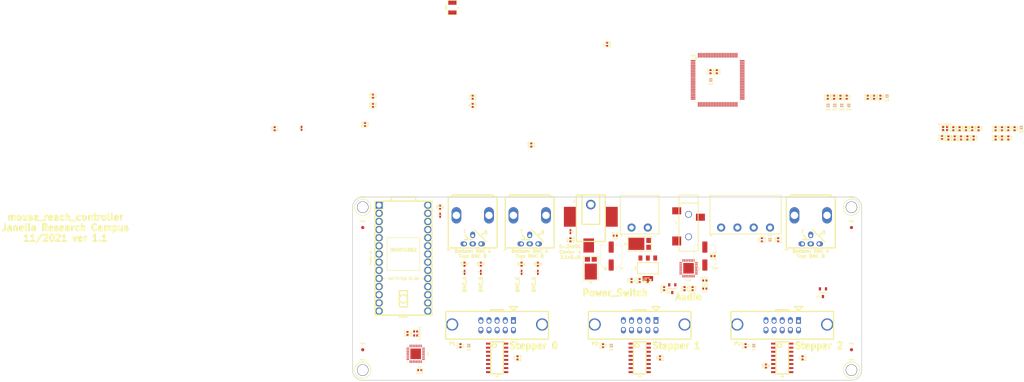
<source format=kicad_pcb>
(kicad_pcb (version 20171130) (host pcbnew 5.1.10)
  (title_block (title mouse_reach_controller) (rev 1.1) (company Janelia))
  (layers (0 F.Cu signal) (31 B.Cu signal) (34 B.Paste user) (35 F.Paste user) (36 B.SilkS user) (37 F.SilkS user) (38 B.Mask user) (39 F.Mask user) (44 Edge.Cuts user))
  (net 0 "")
  (net 1 /GND)
  (net 2 /VDD)
  (net 3 /audio_controller/VEE)
  (net 4 /audio_controller/VAG)
  (net 5 /stepper_controller/CLK)
  (net 6 /audio_controller/HP_L)
  (net 7 /audio_controller/HP_R)
  (net 8 /audio_controller/HP_VGND)
  (net 9 /stepper_controller/stepper_driver_interface_0/REFR_B)
  (net 10 /stepper_controller/stepper_driver_interface_0/REFR_A)
  (net 11 /stepper_controller/stepper_driver_interface_0/REF_B)
  (net 12 /stepper_controller/stepper_driver_interface_0/REF_A)
  (net 13 /stepper_controller/stepper_driver_interface_0/UART_BUFFERED)
  (net 14 /stepper_controller/stepper_driver_interface_0/DIR_B)
  (net 15 /stepper_controller/stepper_driver_interface_0/DIR_A)
  (net 16 /stepper_controller/stepper_driver_interface_0/STEP_B)
  (net 17 /stepper_controller/stepper_driver_interface_0/STEP_A)
  (net 18 /stepper_controller/stepper_driver_interface_1/STEP_A)
  (net 19 /stepper_controller/stepper_driver_interface_1/STEP_B)
  (net 20 /stepper_controller/stepper_driver_interface_1/DIR_A)
  (net 21 /stepper_controller/stepper_driver_interface_1/DIR_B)
  (net 22 /stepper_controller/stepper_driver_interface_1/UART_BUFFERED)
  (net 23 /stepper_controller/stepper_driver_interface_1/REF_A)
  (net 24 /stepper_controller/stepper_driver_interface_1/REF_B)
  (net 25 /stepper_controller/stepper_driver_interface_1/REFR_A)
  (net 26 /stepper_controller/stepper_driver_interface_1/REFR_B)
  (net 27 /stepper_controller/stepper_driver_interface_2/STEP_A)
  (net 28 /stepper_controller/stepper_driver_interface_2/STEP_B)
  (net 29 /stepper_controller/stepper_driver_interface_2/DIR_A)
  (net 30 /stepper_controller/stepper_driver_interface_2/DIR_B)
  (net 31 /stepper_controller/stepper_driver_interface_2/UART_BUFFERED)
  (net 32 /stepper_controller/stepper_driver_interface_2/REF_A)
  (net 33 /stepper_controller/stepper_driver_interface_2/REF_B)
  (net 34 /stepper_controller/stepper_driver_interface_2/REFR_A)
  (net 35 /stepper_controller/stepper_driver_interface_2/REFR_B)
  (net 36 /SDA)
  (net 37 /SCL)
  (net 38 /UART_0)
  (net 39 /POWER_SWITCH_ENABLE)
  (net 40 /I2S_DIN)
  (net 41 /I2S_DOUT)
  (net 42 /MOSI)
  (net 43 /MISO)
  (net 44 /SCK)
  (net 45 /UART_1)
  (net 46 /UART_2)
  (net 47 /LRCLK)
  (net 48 /BCLK)
  (net 49 /MCLK)
  (net 50 /VCC)
  (net 51 /stepper_controller/REF_0)
  (net 52 /stepper_controller/REFR_2)
  (net 53 /stepper_controller/REFR_0)
  (net 54 /stepper_controller/DIR_1)
  (net 55 /stepper_controller/DIR_2)
  (net 56 /stepper_controller/STEP_2)
  (net 57 /stepper_controller/STEP_1)
  (net 58 /stepper_controller/DIR_0)
  (net 59 /stepper_controller/STEP_0)
  (net 60 /stepper_controller/REFR_1)
  (net 61 /stepper_controller/REF_2)
  (net 62 /stepper_controller/REF_1)
  (net 63 /power_switch_driver/VBB)
  (net 64 /power_switch_driver/VAA)
  (net 65 /power_switch_driver/OUT)
  (net 66 "Net-(L1-Pad2)")
  (net 67 "Net-(L2-Pad2)")
  (net 68 "Net-(L3-Pad2)")
  (net 69 "Net-(L4-Pad2)")
  (net 70 "Net-(L5-Pad2)")
  (net 71 /encoder_interface/CHANNEL_A_OUT)
  (net 72 /encoder_interface/CHANNEL_B_OUT)
  (net 73 "Net-(C12-Pad1)")
  (net 74 "Net-(L6-Pad2)")
  (net 75 "Net-(L7-Pad2)")
  (net 76 /encoder_interface/VEE)
  (net 77 /signal_interface/SIGNAL_B_BUF)
  (net 78 /signal_interface/SIGNAL_A_BUF)
  (net 79 /signal_interface/SIGNAL_D_BUF)
  (net 80 /signal_interface/SIGNAL_C_BUF)
  (net 81 /encoder_interface/CHANNEL_A)
  (net 82 /encoder_interface/CHANNEL_B)
  (net 83 /~STEPPER_CS)
  (net 84 /~ENCODER_CS)
  (net 85 /SIGNAL_D)
  (net 86 /SIGNAL_C)
  (net 87 /SIGNAL_B)
  (net 88 /SIGNAL_A)
  (net 89 /encoder_interface/CHANNEL_A_TMC424)
  (net 90 /encoder_interface/CHANNEL_B_TMC424)
  (net 91 /encoder_interface/CLK)
  (net 92 "Net-(R12-Pad2)")
  (net 93 "Net-(R13-Pad2)")
  (net 94 /encoder_interface/VDD_PULLUP)
  (net 95 /ENCODER_INVERT)
  (net 96 /~ENCODER_RESET)
  (module mouse_reach_controller:SOT1202 (layer F.Cu) (at 277.7161 29.811099)
    (fp_text reference U20 (at 0 1.27 180) (layer F.SilkS) (effects (font (size 0.508 0.508) (thickness 0.127))))
    (fp_text value 74LVC1G125GS hide)
    (pad 5 smd rect (at 0 -0.35) (size 0.15 0.5) (layers F.Cu F.Paste F.Mask))
    (pad 6 smd rect (at -0.35 -0.35) (size 0.15 0.5) (layers F.Cu F.Paste F.Mask) (net 50 /VCC))
    (pad 4 smd rect (at 0.35 -0.35) (size 0.15 0.5) (layers F.Cu F.Paste F.Mask) (net 79 /signal_interface/SIGNAL_D_BUF))
    (pad 3 smd rect (at 0.35 0.35) (size 0.15 0.5) (layers F.Cu F.Paste F.Mask) (net 1 /GND))
    (pad 2 smd rect (at 0 0.35) (size 0.15 0.5) (layers F.Cu F.Paste F.Mask) (net 85 /SIGNAL_D))
    (pad 1 smd rect (at -0.35 0.35) (size 0.15 0.5) (layers F.Cu F.Paste F.Mask) (net 1 /GND))
  )
  (module mouse_reach_controller:TQFP-100_14x14mm_P0.5mm (layer F.Cu) (at 183.065001 14.9)
    (fp_text reference U14 (at -7.62 -7.62) (layer F.SilkS) (effects (font (size 0.508 0.508) (thickness 0.127))))
    (fp_text value TMC424)
    (pad 100 smd roundrect (at -6 -7.6625) (size 0.3 1.475) (layers F.Cu F.Paste F.Mask) (net 43 /MISO))
    (pad 99 smd roundrect (at -5.5 -7.6625) (size 0.3 1.475) (layers F.Cu F.Paste F.Mask) (net 42 /MOSI))
    (pad 98 smd roundrect (at -5 -7.6625) (size 0.3 1.475) (layers F.Cu F.Paste F.Mask) (net 44 /SCK))
    (pad 97 smd roundrect (at -4.5 -7.6625) (size 0.3 1.475) (layers F.Cu F.Paste F.Mask) (net 84 /~ENCODER_CS))
    (pad 96 smd roundrect (at -4 -7.6625) (size 0.3 1.475) (layers F.Cu F.Paste F.Mask))
    (pad 95 smd roundrect (at -3.5 -7.6625) (size 0.3 1.475) (layers F.Cu F.Paste F.Mask))
    (pad 94 smd roundrect (at -3 -7.6625) (size 0.3 1.475) (layers F.Cu F.Paste F.Mask))
    (pad 93 smd roundrect (at -2.5 -7.6625) (size 0.3 1.475) (layers F.Cu F.Paste F.Mask))
    (pad 92 smd roundrect (at -2 -7.6625) (size 0.3 1.475) (layers F.Cu F.Paste F.Mask) (net 96 /~ENCODER_RESET))
    (pad 91 smd roundrect (at -1.5 -7.6625) (size 0.3 1.475) (layers F.Cu F.Paste F.Mask))
    (pad 90 smd roundrect (at -1 -7.6625) (size 0.3 1.475) (layers F.Cu F.Paste F.Mask))
    (pad 89 smd roundrect (at -0.5 -7.6625) (size 0.3 1.475) (layers F.Cu F.Paste F.Mask) (net 76 /encoder_interface/VEE))
    (pad 88 smd roundrect (at 0 -7.6625) (size 0.3 1.475) (layers F.Cu F.Paste F.Mask) (net 1 /GND))
    (pad 87 smd roundrect (at 0.5 -7.6625) (size 0.3 1.475) (layers F.Cu F.Paste F.Mask) (net 2 /VDD))
    (pad 86 smd roundrect (at 1 -7.6625) (size 0.3 1.475) (layers F.Cu F.Paste F.Mask) (net 95 /ENCODER_INVERT))
    (pad 85 smd roundrect (at 1.5 -7.6625) (size 0.3 1.475) (layers F.Cu F.Paste F.Mask))
    (pad 84 smd roundrect (at 2 -7.6625) (size 0.3 1.475) (layers F.Cu F.Paste F.Mask))
    (pad 83 smd roundrect (at 2.5 -7.6625) (size 0.3 1.475) (layers F.Cu F.Paste F.Mask))
    (pad 82 smd roundrect (at 3 -7.6625) (size 0.3 1.475) (layers F.Cu F.Paste F.Mask))
    (pad 81 smd roundrect (at 3.5 -7.6625) (size 0.3 1.475) (layers F.Cu F.Paste F.Mask))
    (pad 80 smd roundrect (at 4 -7.6625) (size 0.3 1.475) (layers F.Cu F.Paste F.Mask))
    (pad 79 smd roundrect (at 4.5 -7.6625) (size 0.3 1.475) (layers F.Cu F.Paste F.Mask))
    (pad 78 smd roundrect (at 5 -7.6625) (size 0.3 1.475) (layers F.Cu F.Paste F.Mask))
    (pad 77 smd roundrect (at 5.5 -7.6625) (size 0.3 1.475) (layers F.Cu F.Paste F.Mask))
    (pad 76 smd roundrect (at 6 -7.6625) (size 0.3 1.475) (layers F.Cu F.Paste F.Mask))
    (pad 75 smd roundrect (at 7.6625 -6) (size 1.475 0.3) (layers F.Cu F.Paste F.Mask) (net 1 /GND))
    (pad 74 smd roundrect (at 7.6625 -5.5) (size 1.475 0.3) (layers F.Cu F.Paste F.Mask) (net 2 /VDD))
    (pad 73 smd roundrect (at 7.6625 -5) (size 1.475 0.3) (layers F.Cu F.Paste F.Mask))
    (pad 72 smd roundrect (at 7.6625 -4.5) (size 1.475 0.3) (layers F.Cu F.Paste F.Mask))
    (pad 71 smd roundrect (at 7.6625 -4) (size 1.475 0.3) (layers F.Cu F.Paste F.Mask))
    (pad 70 smd roundrect (at 7.6625 -3.5) (size 1.475 0.3) (layers F.Cu F.Paste F.Mask))
    (pad 69 smd roundrect (at 7.6625 -3) (size 1.475 0.3) (layers F.Cu F.Paste F.Mask))
    (pad 68 smd roundrect (at 7.6625 -2.5) (size 1.475 0.3) (layers F.Cu F.Paste F.Mask) (net 76 /encoder_interface/VEE))
    (pad 67 smd roundrect (at 7.6625 -2) (size 1.475 0.3) (layers F.Cu F.Paste F.Mask) (net 1 /GND))
    (pad 66 smd roundrect (at 7.6625 -1.5) (size 1.475 0.3) (layers F.Cu F.Paste F.Mask) (net 2 /VDD))
    (pad 65 smd roundrect (at 7.6625 -1) (size 1.475 0.3) (layers F.Cu F.Paste F.Mask))
    (pad 64 smd roundrect (at 7.6625 -0.5) (size 1.475 0.3) (layers F.Cu F.Paste F.Mask) (net 91 /encoder_interface/CLK))
    (pad 63 smd roundrect (at 7.6625 0) (size 1.475 0.3) (layers F.Cu F.Paste F.Mask))
    (pad 62 smd roundrect (at 7.6625 0.5) (size 1.475 0.3) (layers F.Cu F.Paste F.Mask))
    (pad 61 smd roundrect (at 7.6625 1) (size 1.475 0.3) (layers F.Cu F.Paste F.Mask))
    (pad 60 smd roundrect (at 7.6625 1.5) (size 1.475 0.3) (layers F.Cu F.Paste F.Mask))
    (pad 59 smd roundrect (at 7.6625 2) (size 1.475 0.3) (layers F.Cu F.Paste F.Mask))
    (pad 58 smd roundrect (at 7.6625 2.5) (size 1.475 0.3) (layers F.Cu F.Paste F.Mask))
    (pad 57 smd roundrect (at 7.6625 3) (size 1.475 0.3) (layers F.Cu F.Paste F.Mask))
    (pad 56 smd roundrect (at 7.6625 3.5) (size 1.475 0.3) (layers F.Cu F.Paste F.Mask) (net 2 /VDD))
    (pad 55 smd roundrect (at 7.6625 4) (size 1.475 0.3) (layers F.Cu F.Paste F.Mask) (net 93 "Net-(R13-Pad2)"))
    (pad 54 smd roundrect (at 7.6625 4.5) (size 1.475 0.3) (layers F.Cu F.Paste F.Mask))
    (pad 53 smd roundrect (at 7.6625 5) (size 1.475 0.3) (layers F.Cu F.Paste F.Mask))
    (pad 52 smd roundrect (at 7.6625 5.5) (size 1.475 0.3) (layers F.Cu F.Paste F.Mask) (net 2 /VDD))
    (pad 51 smd roundrect (at 7.6625 6) (size 1.475 0.3) (layers F.Cu F.Paste F.Mask) (net 1 /GND))
    (pad 50 smd roundrect (at 6 7.6625) (size 0.3 1.475) (layers F.Cu F.Paste F.Mask) (net 2 /VDD))
    (pad 49 smd roundrect (at 5.5 7.6625) (size 0.3 1.475) (layers F.Cu F.Paste F.Mask) (net 92 "Net-(R12-Pad2)"))
    (pad 48 smd roundrect (at 5 7.6625) (size 0.3 1.475) (layers F.Cu F.Paste F.Mask) (net 1 /GND))
    (pad 47 smd roundrect (at 4.5 7.6625) (size 0.3 1.475) (layers F.Cu F.Paste F.Mask) (net 1 /GND))
    (pad 46 smd roundrect (at 4 7.6625) (size 0.3 1.475) (layers F.Cu F.Paste F.Mask))
    (pad 45 smd roundrect (at 3.5 7.6625) (size 0.3 1.475) (layers F.Cu F.Paste F.Mask))
    (pad 44 smd roundrect (at 3 7.6625) (size 0.3 1.475) (layers F.Cu F.Paste F.Mask))
    (pad 43 smd roundrect (at 2.5 7.6625) (size 0.3 1.475) (layers F.Cu F.Paste F.Mask))
    (pad 42 smd roundrect (at 2 7.6625) (size 0.3 1.475) (layers F.Cu F.Paste F.Mask))
    (pad 41 smd roundrect (at 1.5 7.6625) (size 0.3 1.475) (layers F.Cu F.Paste F.Mask))
    (pad 40 smd roundrect (at 1 7.6625) (size 0.3 1.475) (layers F.Cu F.Paste F.Mask))
    (pad 39 smd roundrect (at 0.5 7.6625) (size 0.3 1.475) (layers F.Cu F.Paste F.Mask) (net 2 /VDD))
    (pad 38 smd roundrect (at 0 7.6625) (size 0.3 1.475) (layers F.Cu F.Paste F.Mask) (net 1 /GND))
    (pad 37 smd roundrect (at -0.5 7.6625) (size 0.3 1.475) (layers F.Cu F.Paste F.Mask) (net 76 /encoder_interface/VEE))
    (pad 36 smd roundrect (at -1 7.6625) (size 0.3 1.475) (layers F.Cu F.Paste F.Mask))
    (pad 35 smd roundrect (at -1.5 7.6625) (size 0.3 1.475) (layers F.Cu F.Paste F.Mask))
    (pad 34 smd roundrect (at -2 7.6625) (size 0.3 1.475) (layers F.Cu F.Paste F.Mask))
    (pad 33 smd roundrect (at -2.5 7.6625) (size 0.3 1.475) (layers F.Cu F.Paste F.Mask))
    (pad 32 smd roundrect (at -3 7.6625) (size 0.3 1.475) (layers F.Cu F.Paste F.Mask))
    (pad 31 smd roundrect (at -3.5 7.6625) (size 0.3 1.475) (layers F.Cu F.Paste F.Mask))
    (pad 30 smd roundrect (at -4 7.6625) (size 0.3 1.475) (layers F.Cu F.Paste F.Mask))
    (pad 29 smd roundrect (at -4.5 7.6625) (size 0.3 1.475) (layers F.Cu F.Paste F.Mask))
    (pad 28 smd roundrect (at -5 7.6625) (size 0.3 1.475) (layers F.Cu F.Paste F.Mask))
    (pad 27 smd roundrect (at -5.5 7.6625) (size 0.3 1.475) (layers F.Cu F.Paste F.Mask))
    (pad 26 smd roundrect (at -6 7.6625) (size 0.3 1.475) (layers F.Cu F.Paste F.Mask))
    (pad 25 smd roundrect (at -7.6625 6) (size 1.475 0.3) (layers F.Cu F.Paste F.Mask) (net 1 /GND))
    (pad 24 smd roundrect (at -7.6625 5.5) (size 1.475 0.3) (layers F.Cu F.Paste F.Mask) (net 2 /VDD))
    (pad 23 smd roundrect (at -7.6625 5) (size 1.475 0.3) (layers F.Cu F.Paste F.Mask))
    (pad 22 smd roundrect (at -7.6625 4.5) (size 1.475 0.3) (layers F.Cu F.Paste F.Mask))
    (pad 21 smd roundrect (at -7.6625 4) (size 1.475 0.3) (layers F.Cu F.Paste F.Mask))
    (pad 20 smd roundrect (at -7.6625 3.5) (size 1.475 0.3) (layers F.Cu F.Paste F.Mask))
    (pad 19 smd roundrect (at -7.6625 3) (size 1.475 0.3) (layers F.Cu F.Paste F.Mask))
    (pad 18 smd roundrect (at -7.6625 2.5) (size 1.475 0.3) (layers F.Cu F.Paste F.Mask) (net 2 /VDD))
    (pad 17 smd roundrect (at -7.6625 2) (size 1.475 0.3) (layers F.Cu F.Paste F.Mask) (net 76 /encoder_interface/VEE))
    (pad 16 smd roundrect (at -7.6625 1.5) (size 1.475 0.3) (layers F.Cu F.Paste F.Mask))
    (pad 15 smd roundrect (at -7.6625 1) (size 1.475 0.3) (layers F.Cu F.Paste F.Mask))
    (pad 14 smd roundrect (at -7.6625 0.5) (size 1.475 0.3) (layers F.Cu F.Paste F.Mask) (net 76 /encoder_interface/VEE))
    (pad 13 smd roundrect (at -7.6625 0) (size 1.475 0.3) (layers F.Cu F.Paste F.Mask) (net 94 /encoder_interface/VDD_PULLUP))
    (pad 12 smd roundrect (at -7.6625 -0.5) (size 1.475 0.3) (layers F.Cu F.Paste F.Mask) (net 1 /GND))
    (pad 11 smd roundrect (at -7.6625 -1) (size 1.475 0.3) (layers F.Cu F.Paste F.Mask) (net 94 /encoder_interface/VDD_PULLUP))
    (pad 10 smd roundrect (at -7.6625 -1.5) (size 1.475 0.3) (layers F.Cu F.Paste F.Mask) (net 94 /encoder_interface/VDD_PULLUP))
    (pad 9 smd roundrect (at -7.6625 -2) (size 1.475 0.3) (layers F.Cu F.Paste F.Mask) (net 1 /GND))
    (pad 8 smd roundrect (at -7.6625 -2.5) (size 1.475 0.3) (layers F.Cu F.Paste F.Mask) (net 94 /encoder_interface/VDD_PULLUP))
    (pad 7 smd roundrect (at -7.6625 -3) (size 1.475 0.3) (layers F.Cu F.Paste F.Mask) (net 94 /encoder_interface/VDD_PULLUP))
    (pad 6 smd roundrect (at -7.6625 -3.5) (size 1.475 0.3) (layers F.Cu F.Paste F.Mask) (net 94 /encoder_interface/VDD_PULLUP))
    (pad 5 smd roundrect (at -7.6625 -4) (size 1.475 0.3) (layers F.Cu F.Paste F.Mask) (net 94 /encoder_interface/VDD_PULLUP))
    (pad 4 smd roundrect (at -7.6625 -4.5) (size 1.475 0.3) (layers F.Cu F.Paste F.Mask) (net 90 /encoder_interface/CHANNEL_B_TMC424))
    (pad 3 smd roundrect (at -7.6625 -5) (size 1.475 0.3) (layers F.Cu F.Paste F.Mask) (net 89 /encoder_interface/CHANNEL_A_TMC424))
    (pad 2 smd roundrect (at -7.6625 -5.5) (size 1.475 0.3) (layers F.Cu F.Paste F.Mask))
    (pad 1 smd roundrect (at -7.6625 -6) (size 1.475 0.3) (layers F.Cu F.Paste F.Mask) (net 1 /GND))
  )
  (module mouse_reach_controller:SM0402 (layer F.Cu) (at 275.66 30.15)
    (fp_text reference R20 (at 0.889 0 90) (layer F.SilkS) (effects (font (size 0.508 0.508) (thickness 0.127))))
    (fp_text value 1.6k (at -0.889 0 90) (layer F.SilkS) (effects (font (size 0.508 0.508) (thickness 0.127))))
    (pad 2 smd rect (at 0 0.5 270) (size 0.6 0.7) (layers F.Cu F.Paste F.Mask) (net 75 "Net-(L7-Pad2)"))
    (pad 1 smd rect (at 0 -0.5 270) (size 0.6 0.7) (layers F.Cu F.Paste F.Mask) (net 79 /signal_interface/SIGNAL_D_BUF))
  )
  (module mouse_reach_controller:SM0402 (layer F.Cu) (at 273.69 33.02)
    (fp_text reference R19 (at 0.889 0 90) (layer F.SilkS) (effects (font (size 0.508 0.508) (thickness 0.127))))
    (fp_text value 1.6k (at -0.889 0 90) (layer F.SilkS) (effects (font (size 0.508 0.508) (thickness 0.127))))
    (pad 2 smd rect (at 0 0.5 270) (size 0.6 0.7) (layers F.Cu F.Paste F.Mask) (net 74 "Net-(L6-Pad2)"))
    (pad 1 smd rect (at 0 -0.5 270) (size 0.6 0.7) (layers F.Cu F.Paste F.Mask) (net 80 /signal_interface/SIGNAL_C_BUF))
  )
  (module mouse_reach_controller:SM0402 (layer F.Cu) (at 271.72 33.02)
    (fp_text reference R18 (at 0.889 0 90) (layer F.SilkS) (effects (font (size 0.508 0.508) (thickness 0.127))))
    (fp_text value 1.6k (at -0.889 0 90) (layer F.SilkS) (effects (font (size 0.508 0.508) (thickness 0.127))))
    (pad 2 smd rect (at 0 0.5 270) (size 0.6 0.7) (layers F.Cu F.Paste F.Mask) (net 70 "Net-(L5-Pad2)"))
    (pad 1 smd rect (at 0 -0.5 270) (size 0.6 0.7) (layers F.Cu F.Paste F.Mask) (net 77 /signal_interface/SIGNAL_B_BUF))
  )
  (module mouse_reach_controller:XTAL_WURTH (layer F.Cu) (at 253.992521 30.0746)
    (fp_text reference CLK2 (at 0 1.27 180) (layer F.SilkS) (effects (font (size 0.508 0.508) (thickness 0.127))))
    (fp_text value CLK_16MHZ (at 0 -1.27) (layer F.SilkS) (effects (font (size 0.508 0.508) (thickness 0.127))))
    (pad 1 smd rect (at -0.65 0.5) (size 0.75 0.65) (layers F.Cu F.Paste F.Mask) (net 2 /VDD))
    (pad 2 smd rect (at 0.65 0.5) (size 0.75 0.65) (layers F.Cu F.Paste F.Mask) (net 1 /GND))
    (pad 3 smd rect (at 0.65 -0.5) (size 0.75 0.65) (layers F.Cu F.Paste F.Mask) (net 91 /encoder_interface/CLK))
    (pad 4 smd rect (at -0.65 -0.5) (size 0.75 0.65) (layers F.Cu F.Paste F.Mask) (net 2 /VDD))
  )
  (module mouse_reach_controller:SM0402 (layer F.Cu) (at 273.69 30.15)
    (fp_text reference C44 (at 0.889 0 90) (layer F.SilkS) (effects (font (size 0.508 0.508) (thickness 0.127))))
    (fp_text value 0.1uF (at -0.889 0 90) (layer F.SilkS) (effects (font (size 0.508 0.508) (thickness 0.127))))
    (pad 2 smd rect (at 0 0.5 270) (size 0.6 0.7) (layers F.Cu F.Paste F.Mask) (net 1 /GND))
    (pad 1 smd rect (at 0 -0.5 270) (size 0.6 0.7) (layers F.Cu F.Paste F.Mask) (net 50 /VCC))
  )
  (module mouse_reach_controller:SM0402 (layer F.Cu) (at 271.72 30.15)
    (fp_text reference C43 (at 0.889 0 90) (layer F.SilkS) (effects (font (size 0.508 0.508) (thickness 0.127))))
    (fp_text value 0.1uF (at -0.889 0 90) (layer F.SilkS) (effects (font (size 0.508 0.508) (thickness 0.127))))
    (pad 2 smd rect (at 0 0.5 270) (size 0.6 0.7) (layers F.Cu F.Paste F.Mask) (net 1 /GND))
    (pad 1 smd rect (at 0 -0.5 270) (size 0.6 0.7) (layers F.Cu F.Paste F.Mask) (net 50 /VCC))
  )
  (module mouse_reach_controller:SM0402 (layer F.Cu) (at 269.75 33.02)
    (fp_text reference C42 (at 0.889 0 90) (layer F.SilkS) (effects (font (size 0.508 0.508) (thickness 0.127))))
    (fp_text value 0.1uF (at -0.889 0 90) (layer F.SilkS) (effects (font (size 0.508 0.508) (thickness 0.127))))
    (pad 2 smd rect (at 0 0.5 270) (size 0.6 0.7) (layers F.Cu F.Paste F.Mask) (net 1 /GND))
    (pad 1 smd rect (at 0 -0.5 270) (size 0.6 0.7) (layers F.Cu F.Paste F.Mask) (net 50 /VCC))
  )
  (module mouse_reach_controller:SM0402 (layer F.Cu) (at 269.75 30.15)
    (fp_text reference C41 (at 0.889 0 90) (layer F.SilkS) (effects (font (size 0.508 0.508) (thickness 0.127))))
    (fp_text value 0.1uF (at -0.889 0 90) (layer F.SilkS) (effects (font (size 0.508 0.508) (thickness 0.127))))
    (pad 2 smd rect (at 0 0.5 270) (size 0.6 0.7) (layers F.Cu F.Paste F.Mask) (net 1 /GND))
    (pad 1 smd rect (at 0 -0.5 270) (size 0.6 0.7) (layers F.Cu F.Paste F.Mask) (net 50 /VCC))
  )
  (module mouse_reach_controller:SM0402 (layer F.Cu) (at 256.54 30.15)
    (fp_text reference C40 (at 0.889 0 90) (layer F.SilkS) (effects (font (size 0.508 0.508) (thickness 0.127))))
    (fp_text value 0.1uF (at -0.889 0 90) (layer F.SilkS) (effects (font (size 0.508 0.508) (thickness 0.127))))
    (pad 2 smd rect (at 0 0.5 270) (size 0.6 0.7) (layers F.Cu F.Paste F.Mask) (net 1 /GND))
    (pad 1 smd rect (at 0 -0.5 270) (size 0.6 0.7) (layers F.Cu F.Paste F.Mask) (net 50 /VCC))
  )
  (module mouse_reach_controller:SM0402 (layer F.Cu) (at 258.51 30.15)
    (fp_text reference C39 (at 0.889 0 90) (layer F.SilkS) (effects (font (size 0.508 0.508) (thickness 0.127))))
    (fp_text value 0.1uF (at -0.889 0 90) (layer F.SilkS) (effects (font (size 0.508 0.508) (thickness 0.127))))
    (pad 2 smd rect (at 0 0.5 270) (size 0.6 0.7) (layers F.Cu F.Paste F.Mask) (net 1 /GND))
    (pad 1 smd rect (at 0 -0.5 270) (size 0.6 0.7) (layers F.Cu F.Paste F.Mask) (net 50 /VCC))
  )
  (module mouse_reach_controller:SM0402 (layer F.Cu) (at 255.01 33.02)
    (fp_text reference C38 (at 0.889 0 90) (layer F.SilkS) (effects (font (size 0.508 0.508) (thickness 0.127))))
    (fp_text value 0.1uF (at -0.889 0 90) (layer F.SilkS) (effects (font (size 0.508 0.508) (thickness 0.127))))
    (pad 2 smd rect (at 0 0.5 270) (size 0.6 0.7) (layers F.Cu F.Paste F.Mask) (net 1 /GND))
    (pad 1 smd rect (at 0 -0.5 270) (size 0.6 0.7) (layers F.Cu F.Paste F.Mask) (net 76 /encoder_interface/VEE))
  )
  (module mouse_reach_controller:SM0402 (layer F.Cu) (at 256.98 33.02)
    (fp_text reference C37 (at 0.889 0 90) (layer F.SilkS) (effects (font (size 0.508 0.508) (thickness 0.127))))
    (fp_text value 0.1uF (at -0.889 0 90) (layer F.SilkS) (effects (font (size 0.508 0.508) (thickness 0.127))))
    (pad 2 smd rect (at 0 0.5 270) (size 0.6 0.7) (layers F.Cu F.Paste F.Mask) (net 1 /GND))
    (pad 1 smd rect (at 0 -0.5 270) (size 0.6 0.7) (layers F.Cu F.Paste F.Mask) (net 76 /encoder_interface/VEE))
  )
  (module mouse_reach_controller:SM0402 (layer F.Cu) (at 260.48 30.15)
    (fp_text reference C36 (at 0.889 0 90) (layer F.SilkS) (effects (font (size 0.508 0.508) (thickness 0.127))))
    (fp_text value 0.1uF (at -0.889 0 90) (layer F.SilkS) (effects (font (size 0.508 0.508) (thickness 0.127))))
    (pad 2 smd rect (at 0 0.5 270) (size 0.6 0.7) (layers F.Cu F.Paste F.Mask) (net 1 /GND))
    (pad 1 smd rect (at 0 -0.5 270) (size 0.6 0.7) (layers F.Cu F.Paste F.Mask) (net 2 /VDD))
  )
  (module mouse_reach_controller:SM0402 (layer F.Cu) (at 262.45 30.15)
    (fp_text reference C35 (at 0.889 0 90) (layer F.SilkS) (effects (font (size 0.508 0.508) (thickness 0.127))))
    (fp_text value 0.1uF (at -0.889 0 90) (layer F.SilkS) (effects (font (size 0.508 0.508) (thickness 0.127))))
    (pad 2 smd rect (at 0 0.5 270) (size 0.6 0.7) (layers F.Cu F.Paste F.Mask) (net 1 /GND))
    (pad 1 smd rect (at 0 -0.5 270) (size 0.6 0.7) (layers F.Cu F.Paste F.Mask) (net 76 /encoder_interface/VEE))
  )
  (module mouse_reach_controller:SM0402 (layer F.Cu) (at 258.95 33.02)
    (fp_text reference C34 (at 0.889 0 90) (layer F.SilkS) (effects (font (size 0.508 0.508) (thickness 0.127))))
    (fp_text value 0.1uF (at -0.889 0 90) (layer F.SilkS) (effects (font (size 0.508 0.508) (thickness 0.127))))
    (pad 2 smd rect (at 0 0.5 270) (size 0.6 0.7) (layers F.Cu F.Paste F.Mask) (net 1 /GND))
    (pad 1 smd rect (at 0 -0.5 270) (size 0.6 0.7) (layers F.Cu F.Paste F.Mask) (net 76 /encoder_interface/VEE))
  )
  (module mouse_reach_controller:SM0402 (layer F.Cu) (at 260.92 33.02)
    (fp_text reference C33 (at 0.889 0 90) (layer F.SilkS) (effects (font (size 0.508 0.508) (thickness 0.127))))
    (fp_text value 0.1uF (at -0.889 0 90) (layer F.SilkS) (effects (font (size 0.508 0.508) (thickness 0.127))))
    (pad 2 smd rect (at 0 0.5 270) (size 0.6 0.7) (layers F.Cu F.Paste F.Mask) (net 1 /GND))
    (pad 1 smd rect (at 0 -0.5 270) (size 0.6 0.7) (layers F.Cu F.Paste F.Mask) (net 76 /encoder_interface/VEE))
  )
  (module mouse_reach_controller:SM0402 (layer F.Cu) (at 264.42 30.15)
    (fp_text reference C32 (at 0.889 0 90) (layer F.SilkS) (effects (font (size 0.508 0.508) (thickness 0.127))))
    (fp_text value 0.1uF (at -0.889 0 90) (layer F.SilkS) (effects (font (size 0.508 0.508) (thickness 0.127))))
    (pad 2 smd rect (at 0 0.5 270) (size 0.6 0.7) (layers F.Cu F.Paste F.Mask) (net 1 /GND))
    (pad 1 smd rect (at 0 -0.5 270) (size 0.6 0.7) (layers F.Cu F.Paste F.Mask) (net 2 /VDD))
  )
  (module mouse_reach_controller:SM0402 (layer F.Cu) (at 253.04 32.87)
    (fp_text reference C31 (at 0.889 0 90) (layer F.SilkS) (effects (font (size 0.508 0.508) (thickness 0.127))))
    (fp_text value 0.1uF (at -0.889 0 90) (layer F.SilkS) (effects (font (size 0.508 0.508) (thickness 0.127))))
    (pad 2 smd rect (at 0 0.5 270) (size 0.6 0.7) (layers F.Cu F.Paste F.Mask) (net 1 /GND))
    (pad 1 smd rect (at 0 -0.5 270) (size 0.6 0.7) (layers F.Cu F.Paste F.Mask) (net 2 /VDD))
  )
  (module mouse_reach_controller:SM0402 (layer F.Cu) (at 262.89 33.02)
    (fp_text reference C30 (at 0.889 0 90) (layer F.SilkS) (effects (font (size 0.508 0.508) (thickness 0.127))))
    (fp_text value 0.1uF (at -0.889 0 90) (layer F.SilkS) (effects (font (size 0.508 0.508) (thickness 0.127))))
    (pad 2 smd rect (at 0 0.5 270) (size 0.6 0.7) (layers F.Cu F.Paste F.Mask) (net 1 /GND))
    (pad 1 smd rect (at 0 -0.5 270) (size 0.6 0.7) (layers F.Cu F.Paste F.Mask) (net 2 /VDD))
  )
  (module mouse_reach_controller:SOT1202 (layer F.Cu) (at 223.9361 22.851099)
    (fp_text reference U19 (at 0 1.27 180) (layer F.SilkS) (effects (font (size 0.508 0.508) (thickness 0.127))))
    (fp_text value 74LVC1G125GS hide)
    (pad 1 smd rect (at -0.35 0.35) (size 0.15 0.5) (layers F.Cu F.Paste F.Mask) (net 1 /GND))
    (pad 2 smd rect (at 0 0.35) (size 0.15 0.5) (layers F.Cu F.Paste F.Mask) (net 86 /SIGNAL_C))
    (pad 3 smd rect (at 0.35 0.35) (size 0.15 0.5) (layers F.Cu F.Paste F.Mask) (net 1 /GND))
    (pad 4 smd rect (at 0.35 -0.35) (size 0.15 0.5) (layers F.Cu F.Paste F.Mask) (net 80 /signal_interface/SIGNAL_C_BUF))
    (pad 6 smd rect (at -0.35 -0.35) (size 0.15 0.5) (layers F.Cu F.Paste F.Mask) (net 50 /VCC))
    (pad 5 smd rect (at 0 -0.35) (size 0.15 0.5) (layers F.Cu F.Paste F.Mask))
  )
  (module mouse_reach_controller:SOT1202 (layer F.Cu) (at 221.7861 22.851099)
    (fp_text reference U18 (at 0 1.27 180) (layer F.SilkS) (effects (font (size 0.508 0.508) (thickness 0.127))))
    (fp_text value 74LVC1G125GS hide)
    (pad 1 smd rect (at -0.35 0.35) (size 0.15 0.5) (layers F.Cu F.Paste F.Mask) (net 1 /GND))
    (pad 2 smd rect (at 0 0.35) (size 0.15 0.5) (layers F.Cu F.Paste F.Mask) (net 87 /SIGNAL_B))
    (pad 3 smd rect (at 0.35 0.35) (size 0.15 0.5) (layers F.Cu F.Paste F.Mask) (net 1 /GND))
    (pad 4 smd rect (at 0.35 -0.35) (size 0.15 0.5) (layers F.Cu F.Paste F.Mask) (net 77 /signal_interface/SIGNAL_B_BUF))
    (pad 6 smd rect (at -0.35 -0.35) (size 0.15 0.5) (layers F.Cu F.Paste F.Mask) (net 50 /VCC))
    (pad 5 smd rect (at 0 -0.35) (size 0.15 0.5) (layers F.Cu F.Paste F.Mask))
  )
  (module mouse_reach_controller:SOT1202 (layer F.Cu) (at 219.6361 22.851099)
    (fp_text reference U17 (at 0 1.27 180) (layer F.SilkS) (effects (font (size 0.508 0.508) (thickness 0.127))))
    (fp_text value 74LVC1G125GS hide)
    (pad 1 smd rect (at -0.35 0.35) (size 0.15 0.5) (layers F.Cu F.Paste F.Mask) (net 1 /GND))
    (pad 2 smd rect (at 0 0.35) (size 0.15 0.5) (layers F.Cu F.Paste F.Mask) (net 88 /SIGNAL_A))
    (pad 3 smd rect (at 0.35 0.35) (size 0.15 0.5) (layers F.Cu F.Paste F.Mask) (net 1 /GND))
    (pad 4 smd rect (at 0.35 -0.35) (size 0.15 0.5) (layers F.Cu F.Paste F.Mask) (net 78 /signal_interface/SIGNAL_A_BUF))
    (pad 6 smd rect (at -0.35 -0.35) (size 0.15 0.5) (layers F.Cu F.Paste F.Mask) (net 50 /VCC))
    (pad 5 smd rect (at 0 -0.35) (size 0.15 0.5) (layers F.Cu F.Paste F.Mask))
  )
  (module mouse_reach_controller:SOT1202 (layer F.Cu) (at 217.4861 22.851099)
    (fp_text reference U16 (at 0 1.27 180) (layer F.SilkS) (effects (font (size 0.508 0.508) (thickness 0.127))))
    (fp_text value 74LVC1G125GS hide)
    (pad 1 smd rect (at -0.35 0.35) (size 0.15 0.5) (layers F.Cu F.Paste F.Mask) (net 1 /GND))
    (pad 2 smd rect (at 0 0.35) (size 0.15 0.5) (layers F.Cu F.Paste F.Mask) (net 82 /encoder_interface/CHANNEL_B))
    (pad 3 smd rect (at 0.35 0.35) (size 0.15 0.5) (layers F.Cu F.Paste F.Mask) (net 1 /GND))
    (pad 4 smd rect (at 0.35 -0.35) (size 0.15 0.5) (layers F.Cu F.Paste F.Mask) (net 72 /encoder_interface/CHANNEL_B_OUT))
    (pad 6 smd rect (at -0.35 -0.35) (size 0.15 0.5) (layers F.Cu F.Paste F.Mask) (net 50 /VCC))
    (pad 5 smd rect (at 0 -0.35) (size 0.15 0.5) (layers F.Cu F.Paste F.Mask))
  )
  (module mouse_reach_controller:SOT1202 (layer F.Cu) (at 235.8661 19.981099)
    (fp_text reference U15 (at 0 1.27 180) (layer F.SilkS) (effects (font (size 0.508 0.508) (thickness 0.127))))
    (fp_text value 74LVC1G125GS hide)
    (pad 1 smd rect (at -0.35 0.35) (size 0.15 0.5) (layers F.Cu F.Paste F.Mask) (net 1 /GND))
    (pad 2 smd rect (at 0 0.35) (size 0.15 0.5) (layers F.Cu F.Paste F.Mask) (net 81 /encoder_interface/CHANNEL_A))
    (pad 3 smd rect (at 0.35 0.35) (size 0.15 0.5) (layers F.Cu F.Paste F.Mask) (net 1 /GND))
    (pad 4 smd rect (at 0.35 -0.35) (size 0.15 0.5) (layers F.Cu F.Paste F.Mask) (net 71 /encoder_interface/CHANNEL_A_OUT))
    (pad 6 smd rect (at -0.35 -0.35) (size 0.15 0.5) (layers F.Cu F.Paste F.Mask) (net 50 /VCC))
    (pad 5 smd rect (at 0 -0.35) (size 0.15 0.5) (layers F.Cu F.Paste F.Mask))
  )
  (module mouse_reach_controller:SOT-23-3 (layer F.Cu) (at 215.9 81.28 180)
    (fp_text reference U11 (at 1.27 -1.27) (layer F.SilkS) (effects (font (size 0.508 0.508) (thickness 0.127))))
    (fp_text value RT9076-15GV)
    (pad 3 smd rect (at 0 -1.19888 180) (size 0.70104 1.00076) (layers F.Cu F.Paste F.Mask) (net 1 /GND))
    (pad 2 smd rect (at 0.94996 1.19888 180) (size 0.70104 1.00076) (layers F.Cu F.Paste F.Mask) (net 76 /encoder_interface/VEE))
    (pad 1 smd rect (at -0.94996 1.19888 180) (size 0.70104 1.00076) (layers F.Cu F.Paste F.Mask) (net 2 /VDD))
  )
  (module mouse_reach_controller:BNC_DOUBLE (layer F.Cu) (at 106.68 57.15)
    (fp_text reference P6 (at -7.62 10.795 180) (layer F.SilkS) (effects (font (size 0.508 0.508) (thickness 0.127))))
    (fp_text value BNC_DOUBLE_RA)
    (fp_text user T (at -2.54 5.08) (layer F.SilkS) (effects (font (size 1.016 1.016) (thickness 0.254))))
    (fp_text user B (at 4.064 5.334) (layer F.SilkS) (effects (font (size 1.016 1.016) (thickness 0.254))))
    (fp_text user "Bottom: BNC A" (at 0 11.176) (layer F.SilkS) (effects (font (size 1.016 1.016) (thickness 0.254))))
    (fp_text user "Top: BNC B" (at 0 12.7) (layer F.SilkS) (effects (font (size 1.016 1.016) (thickness 0.254))))
    (pad 4 thru_hole oval (at -2.54 8.89) (size 2.032 1.524) (drill 0.889 (offset -0.254 0)) (layers *.Cu *.Mask) (net 1 /GND))
    (pad 2 thru_hole oval (at 2.54 8.89) (size 2.032 1.524) (drill 0.889 (offset 0.254 0)) (layers *.Cu *.Mask) (net 1 /GND))
    (pad 3 thru_hole oval (at 0 8.89) (size 2.032 1.524) (drill 0.889) (layers *.Cu *.Mask) (net 77 /signal_interface/SIGNAL_B_BUF))
    (pad 1 thru_hole oval (at 0 6.35) (size 1.524 2.032) (drill 0.889 (offset 0 -0.254)) (layers *.Cu *.Mask) (net 78 /signal_interface/SIGNAL_A_BUF))
    (pad "" thru_hole oval (at 5.08 0) (size 3.048 5.08) (drill 2.286) (layers *.Cu *.Mask))
    (pad "" thru_hole oval (at -5.08 0) (size 3.048 5.08) (drill 2.286) (layers *.Cu *.Mask))
  )
  (module mouse_reach_controller:BNC_DOUBLE (layer F.Cu) (at 212.09 57.15)
    (fp_text reference P5 (at -7.62 10.795 180) (layer F.SilkS) (effects (font (size 0.508 0.508) (thickness 0.127))))
    (fp_text value BNC_DOUBLE_RA)
    (fp_text user T (at -2.54 5.08) (layer F.SilkS) (effects (font (size 1.016 1.016) (thickness 0.254))))
    (fp_text user B (at 4.064 5.334) (layer F.SilkS) (effects (font (size 1.016 1.016) (thickness 0.254))))
    (fp_text user "Bottom: BNC A" (at 0 11.176) (layer F.SilkS) (effects (font (size 1.016 1.016) (thickness 0.254))))
    (fp_text user "Top: BNC B" (at 0 12.7) (layer F.SilkS) (effects (font (size 1.016 1.016) (thickness 0.254))))
    (pad 4 thru_hole oval (at -2.54 8.89) (size 2.032 1.524) (drill 0.889 (offset -0.254 0)) (layers *.Cu *.Mask) (net 1 /GND))
    (pad 2 thru_hole oval (at 2.54 8.89) (size 2.032 1.524) (drill 0.889 (offset 0.254 0)) (layers *.Cu *.Mask) (net 1 /GND))
    (pad 3 thru_hole oval (at 0 8.89) (size 2.032 1.524) (drill 0.889) (layers *.Cu *.Mask) (net 72 /encoder_interface/CHANNEL_B_OUT))
    (pad 1 thru_hole oval (at 0 6.35) (size 1.524 2.032) (drill 0.889 (offset 0 -0.254)) (layers *.Cu *.Mask) (net 71 /encoder_interface/CHANNEL_A_OUT))
    (pad "" thru_hole oval (at 5.08 0) (size 3.048 5.08) (drill 2.286) (layers *.Cu *.Mask))
    (pad "" thru_hole oval (at -5.08 0) (size 3.048 5.08) (drill 2.286) (layers *.Cu *.Mask))
  )
  (module mouse_reach_controller:DCJACK_3PAD_SMD_RA (layer F.Cu) (at 143.51 50.8)
    (fp_text reference P4 (at -5.08 1.905 90) (layer F.SilkS) (effects (font (size 0.508 0.508) (thickness 0.127))))
    (fp_text value PWR_JACK_2.1x5.5_SMD_RA)
    (pad "" thru_hole circle (at 0 3 270) (size 3 3) (drill 2) (layers *.Cu *.Mask))
    (pad 3 smd rect (at -6.45 6.8 270) (size 6.2 3.9) (layers F.Cu F.Paste F.Mask))
    (pad 2 smd rect (at 6.45 6.8 270) (size 6.2 3.9) (layers F.Cu F.Paste F.Mask) (net 1 /GND))
    (pad 1 smd rect (at -0.65 15.75 270) (size 4.4 3.3) (layers F.Cu F.Paste F.Mask) (net 64 /power_switch_driver/VAA))
  )
  (module mouse_reach_controller:HEADER_02x05_LATCH (layer F.Cu) (at 158.75 91.44)
    (fp_text reference P2 (at -13.97 5.715) (layer F.SilkS) (effects (font (size 1.016 1.016) (thickness 0.254))))
    (fp_text value HEADER_02X05_LATCH)
    (pad "" thru_hole circle (at -14.0335 -0.254) (size 3.81 3.81) (drill 2.9464) (layers *.Cu *.Mask))
    (pad "" thru_hole circle (at 14.0335 -0.254) (size 3.81 3.81) (drill 2.9464) (layers *.Cu *.Mask))
    (pad 10 thru_hole oval (at -5.08 1.27) (size 1.524 2.032) (drill 1.016 (offset 0 0.254)) (layers *.Cu *.Mask) (net 26 /stepper_controller/stepper_driver_interface_1/REFR_B))
    (pad 9 thru_hole oval (at -5.08 -1.27) (size 1.524 2.032) (drill 1.016 (offset 0 -0.254)) (layers *.Cu *.Mask) (net 25 /stepper_controller/stepper_driver_interface_1/REFR_A))
    (pad 8 thru_hole oval (at -2.54 1.27) (size 1.524 2.032) (drill 1.016 (offset 0 0.254)) (layers *.Cu *.Mask) (net 24 /stepper_controller/stepper_driver_interface_1/REF_B))
    (pad 7 thru_hole oval (at -2.54 -1.27) (size 1.524 2.032) (drill 1.016 (offset 0 -0.254)) (layers *.Cu *.Mask) (net 23 /stepper_controller/stepper_driver_interface_1/REF_A))
    (pad 6 thru_hole oval (at 0 1.27) (size 1.524 2.032) (drill 1.016 (offset 0 0.254)) (layers *.Cu *.Mask) (net 1 /GND))
    (pad 5 thru_hole oval (at 0 -1.27) (size 1.524 2.032) (drill 1.016 (offset 0 -0.254)) (layers *.Cu *.Mask) (net 22 /stepper_controller/stepper_driver_interface_1/UART_BUFFERED))
    (pad 4 thru_hole oval (at 2.54 1.27) (size 1.524 2.032) (drill 1.016 (offset 0 0.254)) (layers *.Cu *.Mask) (net 21 /stepper_controller/stepper_driver_interface_1/DIR_B))
    (pad 3 thru_hole oval (at 2.54 -1.27) (size 1.524 2.032) (drill 1.016 (offset 0 -0.254)) (layers *.Cu *.Mask) (net 20 /stepper_controller/stepper_driver_interface_1/DIR_A))
    (pad 2 thru_hole oval (at 5.08 1.27) (size 1.524 2.032) (drill 1.016 (offset 0 0.254)) (layers *.Cu *.Mask) (net 19 /stepper_controller/stepper_driver_interface_1/STEP_B))
    (pad 1 thru_hole rect (at 5.08 -1.27) (size 1.524 2.032) (drill 0.889 (offset 0 -0.254)) (layers *.Cu *.Mask) (net 18 /stepper_controller/stepper_driver_interface_1/STEP_A))
  )
  (module mouse_reach_controller:HEADER_02x05_LATCH (layer F.Cu) (at 114.3 91.44)
    (fp_text reference P1 (at -13.97 5.715) (layer F.SilkS) (effects (font (size 1.016 1.016) (thickness 0.254))))
    (fp_text value HEADER_02X05_LATCH)
    (pad "" thru_hole circle (at -14.0335 -0.254) (size 3.81 3.81) (drill 2.9464) (layers *.Cu *.Mask))
    (pad "" thru_hole circle (at 14.0335 -0.254) (size 3.81 3.81) (drill 2.9464) (layers *.Cu *.Mask))
    (pad 10 thru_hole oval (at -5.08 1.27) (size 1.524 2.032) (drill 1.016 (offset 0 0.254)) (layers *.Cu *.Mask) (net 9 /stepper_controller/stepper_driver_interface_0/REFR_B))
    (pad 9 thru_hole oval (at -5.08 -1.27) (size 1.524 2.032) (drill 1.016 (offset 0 -0.254)) (layers *.Cu *.Mask) (net 10 /stepper_controller/stepper_driver_interface_0/REFR_A))
    (pad 8 thru_hole oval (at -2.54 1.27) (size 1.524 2.032) (drill 1.016 (offset 0 0.254)) (layers *.Cu *.Mask) (net 11 /stepper_controller/stepper_driver_interface_0/REF_B))
    (pad 7 thru_hole oval (at -2.54 -1.27) (size 1.524 2.032) (drill 1.016 (offset 0 -0.254)) (layers *.Cu *.Mask) (net 12 /stepper_controller/stepper_driver_interface_0/REF_A))
    (pad 6 thru_hole oval (at 0 1.27) (size 1.524 2.032) (drill 1.016 (offset 0 0.254)) (layers *.Cu *.Mask) (net 1 /GND))
    (pad 5 thru_hole oval (at 0 -1.27) (size 1.524 2.032) (drill 1.016 (offset 0 -0.254)) (layers *.Cu *.Mask) (net 13 /stepper_controller/stepper_driver_interface_0/UART_BUFFERED))
    (pad 4 thru_hole oval (at 2.54 1.27) (size 1.524 2.032) (drill 1.016 (offset 0 0.254)) (layers *.Cu *.Mask) (net 14 /stepper_controller/stepper_driver_interface_0/DIR_B))
    (pad 3 thru_hole oval (at 2.54 -1.27) (size 1.524 2.032) (drill 1.016 (offset 0 -0.254)) (layers *.Cu *.Mask) (net 15 /stepper_controller/stepper_driver_interface_0/DIR_A))
    (pad 2 thru_hole oval (at 5.08 1.27) (size 1.524 2.032) (drill 1.016 (offset 0 0.254)) (layers *.Cu *.Mask) (net 16 /stepper_controller/stepper_driver_interface_0/STEP_B))
    (pad 1 thru_hole rect (at 5.08 -1.27) (size 1.524 2.032) (drill 0.889 (offset 0 -0.254)) (layers *.Cu *.Mask) (net 17 /stepper_controller/stepper_driver_interface_0/STEP_A))
  )
  (module mouse_reach_controller:SM0402 (layer F.Cu) (at 223.31 20.32)
    (fp_text reference C29 (at 0.889 0 90) (layer F.SilkS) (effects (font (size 0.508 0.508) (thickness 0.127))))
    (fp_text value 0.1uF (at -0.889 0 90) (layer F.SilkS) (effects (font (size 0.508 0.508) (thickness 0.127))))
    (pad 1 smd rect (at 0 -0.5 270) (size 0.6 0.7) (layers F.Cu F.Paste F.Mask) (net 2 /VDD))
    (pad 2 smd rect (at 0 0.5 270) (size 0.6 0.7) (layers F.Cu F.Paste F.Mask) (net 1 /GND))
  )
  (module mouse_reach_controller:SM0402 (layer F.Cu) (at 221.34 20.32)
    (fp_text reference C28 (at 0.889 0 90) (layer F.SilkS) (effects (font (size 0.508 0.508) (thickness 0.127))))
    (fp_text value 0.1uF (at -0.889 0 90) (layer F.SilkS) (effects (font (size 0.508 0.508) (thickness 0.127))))
    (pad 1 smd rect (at 0 -0.5 270) (size 0.6 0.7) (layers F.Cu F.Paste F.Mask) (net 2 /VDD))
    (pad 2 smd rect (at 0 0.5 270) (size 0.6 0.7) (layers F.Cu F.Paste F.Mask) (net 1 /GND))
  )
  (module mouse_reach_controller:SM0402 (layer F.Cu) (at 219.37 20.32)
    (fp_text reference C27 (at 0.889 0 90) (layer F.SilkS) (effects (font (size 0.508 0.508) (thickness 0.127))))
    (fp_text value 0.1uF (at -0.889 0 90) (layer F.SilkS) (effects (font (size 0.508 0.508) (thickness 0.127))))
    (pad 1 smd rect (at 0 -0.5 270) (size 0.6 0.7) (layers F.Cu F.Paste F.Mask) (net 2 /VDD))
    (pad 2 smd rect (at 0 0.5 270) (size 0.6 0.7) (layers F.Cu F.Paste F.Mask) (net 1 /GND))
  )
  (module mouse_reach_controller:SM0402 (layer F.Cu) (at 217.4 20.32)
    (fp_text reference C26 (at 0.889 0 90) (layer F.SilkS) (effects (font (size 0.508 0.508) (thickness 0.127))))
    (fp_text value 0.1uF (at -0.889 0 90) (layer F.SilkS) (effects (font (size 0.508 0.508) (thickness 0.127))))
    (pad 1 smd rect (at 0 -0.5 270) (size 0.6 0.7) (layers F.Cu F.Paste F.Mask) (net 2 /VDD))
    (pad 2 smd rect (at 0 0.5 270) (size 0.6 0.7) (layers F.Cu F.Paste F.Mask) (net 1 /GND))
  )
  (module mouse_reach_controller:SM0402 (layer F.Cu) (at 233.81 20.32)
    (fp_text reference C25 (at 0.889 0 90) (layer F.SilkS) (effects (font (size 0.508 0.508) (thickness 0.127))))
    (fp_text value 0.1uF (at -0.889 0 90) (layer F.SilkS) (effects (font (size 0.508 0.508) (thickness 0.127))))
    (pad 1 smd rect (at 0 -0.5 270) (size 0.6 0.7) (layers F.Cu F.Paste F.Mask) (net 2 /VDD))
    (pad 2 smd rect (at 0 0.5 270) (size 0.6 0.7) (layers F.Cu F.Paste F.Mask) (net 1 /GND))
  )
  (module mouse_reach_controller:SM0402 (layer F.Cu) (at 231.84 20.32)
    (fp_text reference C24 (at 0.889 0 90) (layer F.SilkS) (effects (font (size 0.508 0.508) (thickness 0.127))))
    (fp_text value 0.1uF (at -0.889 0 90) (layer F.SilkS) (effects (font (size 0.508 0.508) (thickness 0.127))))
    (pad 1 smd rect (at 0 -0.5 270) (size 0.6 0.7) (layers F.Cu F.Paste F.Mask) (net 2 /VDD))
    (pad 2 smd rect (at 0 0.5 270) (size 0.6 0.7) (layers F.Cu F.Paste F.Mask) (net 1 /GND))
  )
  (module mouse_reach_controller:SM0402 (layer F.Cu) (at 229.87 20.32)
    (fp_text reference C23 (at 0.889 0 90) (layer F.SilkS) (effects (font (size 0.508 0.508) (thickness 0.127))))
    (fp_text value 0.1uF (at -0.889 0 90) (layer F.SilkS) (effects (font (size 0.508 0.508) (thickness 0.127))))
    (pad 1 smd rect (at 0 -0.5 270) (size 0.6 0.7) (layers F.Cu F.Paste F.Mask) (net 2 /VDD))
    (pad 2 smd rect (at 0 0.5 270) (size 0.6 0.7) (layers F.Cu F.Paste F.Mask) (net 1 /GND))
  )
  (module mouse_reach_controller:XTAL_WURTH (layer F.Cu) (at 88.9 93.98 270)
    (fp_text reference CLK1 (at 0 1.27 270) (layer F.SilkS) (effects (font (size 0.508 0.508) (thickness 0.127))))
    (fp_text value CLK_32MHZ (at 0 -1.27 90) (layer F.SilkS) (effects (font (size 0.508 0.508) (thickness 0.127))))
    (pad 1 smd rect (at -0.65 0.5 270) (size 0.75 0.65) (layers F.Cu F.Paste F.Mask) (net 2 /VDD))
    (pad 2 smd rect (at 0.65 0.5 270) (size 0.75 0.65) (layers F.Cu F.Paste F.Mask) (net 1 /GND))
    (pad 3 smd rect (at 0.65 -0.5 270) (size 0.75 0.65) (layers F.Cu F.Paste F.Mask) (net 5 /stepper_controller/CLK))
    (pad 4 smd rect (at -0.65 -0.5 270) (size 0.75 0.65) (layers F.Cu F.Paste F.Mask) (net 2 /VDD))
  )
  (module mouse_reach_controller:TERM_BLK_HDR_4POS_90DEG_0.2IN (layer F.Cu) (at 191.77 60.96 180)
    (fp_text reference T2 (at 10.795 -2.54 180) (layer F.SilkS) (effects (font (size 0.508 0.508) (thickness 0.127))))
    (fp_text value TERM_BLK_HDR_4POS_90DEG_0.2IN)
    (pad 4 thru_hole circle (at -7.62 0 180) (size 2.54 2.54) (drill 1.4) (layers *.Cu *.Mask) (net 82 /encoder_interface/CHANNEL_B))
    (pad 1 thru_hole circle (at 7.62 0 180) (size 2.54 2.54) (drill 1.4) (layers *.Cu *.Mask) (net 50 /VCC))
    (pad 2 thru_hole circle (at 2.54 0 180) (size 2.54 2.54) (drill 1.4) (layers *.Cu *.Mask) (net 1 /GND))
    (pad 3 thru_hole circle (at -2.54 0 180) (size 2.54 2.54) (drill 1.4) (layers *.Cu *.Mask) (net 81 /encoder_interface/CHANNEL_A))
  )
  (module mouse_reach_controller:TERM_BLK_HDR_2POS_90DEG_0.2IN (layer F.Cu) (at 158.75 60.96 180)
    (fp_text reference T1 (at 5.715 -2.54 180) (layer F.SilkS) (effects (font (size 0.508 0.508) (thickness 0.127))))
    (fp_text value TERM_BLK_HDR_2POS_90DEG_0.2IN)
    (pad 1 thru_hole circle (at 2.54 0 180) (size 2.54 2.54) (drill 1.4) (layers *.Cu *.Mask) (net 63 /power_switch_driver/VBB))
    (pad 2 thru_hole circle (at -2.54 0 180) (size 2.54 2.54) (drill 1.4) (layers *.Cu *.Mask) (net 65 /power_switch_driver/OUT))
  )
  (module mouse_reach_controller:TEENSY_4.0_PIN_RECEPTACLES (layer F.Cu) (at 85.09 70.485)
    (fp_text reference TEENSY1 (at 0 18.415) (layer F.SilkS) (effects (font (size 0.508 0.508) (thickness 0.127))))
    (fp_text value TEENSY_4.0_PIN_RECEPTACLES)
    (fp_text user "TEENSY 4.0" (at -10.16 0 90) (layer F.SilkS) (effects (font (size 0.508 0.508) (thickness 0.127))))
    (fp_text user "<- Insert Pin Rcpts This Side ->" (at 0 6.35) (layer F.SilkS) (effects (font (size 1.016 0.4826) (thickness 0.12065))))
    (fp_text user iMXRT1062 (at 0 -2.54) (layer F.SilkS) (effects (font (size 1.016 1.016) (thickness 0.254))))
    (pad V thru_hole oval (at 7.62 -16.51) (size 2.54 2.1844) (drill 1.5494) (layers *.Cu *.Mask) (net 50 /VCC))
    (pad "" thru_hole oval (at 7.62 -13.97) (size 2.54 2.1844) (drill 1.5494) (layers *.Cu *.Mask))
    (pad 3V3 thru_hole oval (at 7.62 -11.43) (size 2.54 2.1844) (drill 1.5494) (layers *.Cu *.Mask) (net 2 /VDD))
    (pad 23 thru_hole oval (at 7.62 -8.89) (size 2.54 2.1844) (drill 1.5494) (layers *.Cu *.Mask) (net 49 /MCLK))
    (pad 22 thru_hole oval (at 7.62 -6.35) (size 2.54 2.1844) (drill 1.5494) (layers *.Cu *.Mask) (net 39 /POWER_SWITCH_ENABLE))
    (pad 21 thru_hole oval (at 7.62 -3.81) (size 2.54 2.1844) (drill 1.5494) (layers *.Cu *.Mask) (net 48 /BCLK))
    (pad 20 thru_hole oval (at 7.62 -1.27) (size 2.54 2.1844) (drill 1.5494) (layers *.Cu *.Mask) (net 47 /LRCLK))
    (pad 19 thru_hole oval (at 7.62 1.27) (size 2.54 2.1844) (drill 1.5494) (layers *.Cu *.Mask) (net 37 /SCL))
    (pad 18 thru_hole oval (at 7.62 3.81) (size 2.54 2.1844) (drill 1.5494) (layers *.Cu *.Mask) (net 36 /SDA))
    (pad 17 thru_hole oval (at 7.62 6.35) (size 2.54 2.1844) (drill 1.5494) (layers *.Cu *.Mask) (net 46 /UART_2))
    (pad 16 thru_hole oval (at 7.62 8.89) (size 2.54 2.1844) (drill 1.5494) (layers *.Cu *.Mask))
    (pad 15 thru_hole oval (at 7.62 11.43) (size 2.54 2.1844) (drill 1.5494) (layers *.Cu *.Mask) (net 95 /ENCODER_INVERT))
    (pad 14 thru_hole oval (at 7.62 13.97) (size 2.54 2.1844) (drill 1.5494) (layers *.Cu *.Mask) (net 45 /UART_1))
    (pad 13 thru_hole oval (at 7.62 16.51) (size 2.54 2.1844) (drill 1.5494) (layers *.Cu *.Mask) (net 44 /SCK))
    (pad 12 thru_hole oval (at -7.62 16.51) (size 2.54 2.1844) (drill 1.5494) (layers *.Cu *.Mask) (net 43 /MISO))
    (pad 11 thru_hole oval (at -7.62 13.97) (size 2.54 2.1844) (drill 1.5494) (layers *.Cu *.Mask) (net 42 /MOSI))
    (pad 10 thru_hole oval (at -7.62 11.43) (size 2.54 2.1844) (drill 1.5494) (layers *.Cu *.Mask) (net 83 /~STEPPER_CS))
    (pad 9 thru_hole oval (at -7.62 8.89) (size 2.54 2.1844) (drill 1.5494) (layers *.Cu *.Mask) (net 84 /~ENCODER_CS))
    (pad 8 thru_hole oval (at -7.62 6.35) (size 2.54 2.1844) (drill 1.5494) (layers *.Cu *.Mask) (net 41 /I2S_DOUT))
    (pad 7 thru_hole oval (at -7.62 3.81) (size 2.54 2.1844) (drill 1.5494) (layers *.Cu *.Mask) (net 40 /I2S_DIN))
    (pad 6 thru_hole oval (at -7.62 1.27) (size 2.54 2.1844) (drill 1.5494) (layers *.Cu *.Mask) (net 96 /~ENCODER_RESET))
    (pad 5 thru_hole oval (at -7.62 -1.27) (size 2.54 2.1844) (drill 1.5494) (layers *.Cu *.Mask) (net 85 /SIGNAL_D))
    (pad 4 thru_hole oval (at -7.62 -3.81) (size 2.54 2.1844) (drill 1.5494) (layers *.Cu *.Mask) (net 86 /SIGNAL_C))
    (pad 3 thru_hole oval (at -7.62 -6.35) (size 2.54 2.1844) (drill 1.5494) (layers *.Cu *.Mask) (net 87 /SIGNAL_B))
    (pad 2 thru_hole oval (at -7.62 -8.89) (size 2.54 2.1844) (drill 1.5494) (layers *.Cu *.Mask) (net 88 /SIGNAL_A))
    (pad 1 thru_hole oval (at -7.62 -11.43) (size 2.54 2.1844) (drill 1.5494) (layers *.Cu *.Mask) (net 38 /UART_0))
    (pad 0 thru_hole oval (at -7.62 -13.97) (size 2.54 2.1844) (drill 1.5494) (layers *.Cu *.Mask))
    (pad GND thru_hole rect (at -7.62 -16.51) (size 2.54 2.1844) (drill 1.5494) (layers *.Cu *.Mask) (net 1 /GND))
  )
  (module mouse_reach_controller:SOT1202 (layer F.Cu) (at 105.41 97.79)
    (fp_text reference U3 (at 0 1.27 180) (layer F.SilkS) (effects (font (size 0.508 0.508) (thickness 0.127))))
    (fp_text value 74LVC1G125GS hide)
    (pad 5 smd rect (at 0 -0.35) (size 0.15 0.5) (layers F.Cu F.Paste F.Mask))
    (pad 6 smd rect (at -0.35 -0.35) (size 0.15 0.5) (layers F.Cu F.Paste F.Mask) (net 2 /VDD))
    (pad 4 smd rect (at 0.35 -0.35) (size 0.15 0.5) (layers F.Cu F.Paste F.Mask) (net 13 /stepper_controller/stepper_driver_interface_0/UART_BUFFERED))
    (pad 3 smd rect (at 0.35 0.35) (size 0.15 0.5) (layers F.Cu F.Paste F.Mask) (net 1 /GND))
    (pad 2 smd rect (at 0 0.35) (size 0.15 0.5) (layers F.Cu F.Paste F.Mask) (net 38 /UART_0))
    (pad 1 smd rect (at -0.35 0.35) (size 0.15 0.5) (layers F.Cu F.Paste F.Mask) (net 1 /GND))
  )
  (module mouse_reach_controller:SOT1202 (layer F.Cu) (at 149.86 97.79)
    (fp_text reference U5 (at 0 1.27 180) (layer F.SilkS) (effects (font (size 0.508 0.508) (thickness 0.127))))
    (fp_text value 74LVC1G125GS hide)
    (pad 5 smd rect (at 0 -0.35) (size 0.15 0.5) (layers F.Cu F.Paste F.Mask))
    (pad 6 smd rect (at -0.35 -0.35) (size 0.15 0.5) (layers F.Cu F.Paste F.Mask) (net 2 /VDD))
    (pad 4 smd rect (at 0.35 -0.35) (size 0.15 0.5) (layers F.Cu F.Paste F.Mask) (net 22 /stepper_controller/stepper_driver_interface_1/UART_BUFFERED))
    (pad 3 smd rect (at 0.35 0.35) (size 0.15 0.5) (layers F.Cu F.Paste F.Mask) (net 1 /GND))
    (pad 2 smd rect (at 0 0.35) (size 0.15 0.5) (layers F.Cu F.Paste F.Mask) (net 45 /UART_1))
    (pad 1 smd rect (at -0.35 0.35) (size 0.15 0.5) (layers F.Cu F.Paste F.Mask) (net 1 /GND))
  )
  (module mouse_reach_controller:SOT1202 (layer F.Cu) (at 194.31 97.79)
    (fp_text reference U7 (at 0 1.27 180) (layer F.SilkS) (effects (font (size 0.508 0.508) (thickness 0.127))))
    (fp_text value 74LVC1G125GS hide)
    (pad 5 smd rect (at 0 -0.35) (size 0.15 0.5) (layers F.Cu F.Paste F.Mask))
    (pad 6 smd rect (at -0.35 -0.35) (size 0.15 0.5) (layers F.Cu F.Paste F.Mask) (net 2 /VDD))
    (pad 4 smd rect (at 0.35 -0.35) (size 0.15 0.5) (layers F.Cu F.Paste F.Mask) (net 31 /stepper_controller/stepper_driver_interface_2/UART_BUFFERED))
    (pad 3 smd rect (at 0.35 0.35) (size 0.15 0.5) (layers F.Cu F.Paste F.Mask) (net 1 /GND))
    (pad 2 smd rect (at 0 0.35) (size 0.15 0.5) (layers F.Cu F.Paste F.Mask) (net 46 /UART_2))
    (pad 1 smd rect (at -0.35 0.35) (size 0.15 0.5) (layers F.Cu F.Paste F.Mask) (net 1 /GND))
  )
  (module mouse_reach_controller:SOT1202 (layer F.Cu) (at 199.39 64.77 180)
    (fp_text reference U12 (at 0 1.27 180) (layer F.SilkS) (effects (font (size 0.508 0.508) (thickness 0.127))))
    (fp_text value 74LVC1G125GS hide)
    (pad 5 smd rect (at 0 -0.35 180) (size 0.15 0.5) (layers F.Cu F.Paste F.Mask))
    (pad 6 smd rect (at -0.35 -0.35 180) (size 0.15 0.5) (layers F.Cu F.Paste F.Mask) (net 2 /VDD))
    (pad 4 smd rect (at 0.35 -0.35 180) (size 0.15 0.5) (layers F.Cu F.Paste F.Mask) (net 89 /encoder_interface/CHANNEL_A_TMC424))
    (pad 3 smd rect (at 0.35 0.35 180) (size 0.15 0.5) (layers F.Cu F.Paste F.Mask) (net 1 /GND))
    (pad 2 smd rect (at 0 0.35 180) (size 0.15 0.5) (layers F.Cu F.Paste F.Mask) (net 81 /encoder_interface/CHANNEL_A))
    (pad 1 smd rect (at -0.35 0.35 180) (size 0.15 0.5) (layers F.Cu F.Paste F.Mask) (net 1 /GND))
  )
  (module mouse_reach_controller:SOT1202 (layer F.Cu) (at 180.915001 14.9)
    (fp_text reference U13 (at 0 1.27 180) (layer F.SilkS) (effects (font (size 0.508 0.508) (thickness 0.127))))
    (fp_text value 74LVC1G125GS hide)
    (pad 5 smd rect (at 0 -0.35) (size 0.15 0.5) (layers F.Cu F.Paste F.Mask))
    (pad 6 smd rect (at -0.35 -0.35) (size 0.15 0.5) (layers F.Cu F.Paste F.Mask) (net 2 /VDD))
    (pad 4 smd rect (at 0.35 -0.35) (size 0.15 0.5) (layers F.Cu F.Paste F.Mask) (net 90 /encoder_interface/CHANNEL_B_TMC424))
    (pad 3 smd rect (at 0.35 0.35) (size 0.15 0.5) (layers F.Cu F.Paste F.Mask) (net 1 /GND))
    (pad 2 smd rect (at 0 0.35) (size 0.15 0.5) (layers F.Cu F.Paste F.Mask) (net 82 /encoder_interface/CHANNEL_B))
    (pad 1 smd rect (at -0.35 0.35) (size 0.15 0.5) (layers F.Cu F.Paste F.Mask) (net 1 /GND))
  )
  (module mouse_reach_controller:SOT-223-3 (layer F.Cu) (at 161.29 73.66 180)
    (fp_text reference U8 (at 3.81 0 90) (layer F.SilkS) (effects (font (size 0.508 0.508) (thickness 0.127))))
    (fp_text value ZXMS6006SG)
    (pad 4 smd rect (at 0 -3.2 180) (size 3.3 1.6) (layers F.Cu F.Paste F.Mask) (net 1 /GND))
    (pad 3 smd rect (at 2.3 3.2 180) (size 1.2 1.6) (layers F.Cu F.Paste F.Mask) (net 1 /GND))
    (pad 2 smd rect (at 0 3.2 180) (size 1.2 1.6) (layers F.Cu F.Paste F.Mask) (net 65 /power_switch_driver/OUT))
    (pad 1 smd rect (at -2.3 3.2 180) (size 1.2 1.6) (layers F.Cu F.Paste F.Mask) (net 39 /POWER_SWITCH_ENABLE))
  )
  (module mouse_reach_controller:SOT-23-3 (layer F.Cu) (at 168.91 80.01 180)
    (fp_text reference U9 (at 1.27 -1.27) (layer F.SilkS) (effects (font (size 0.508 0.508) (thickness 0.127))))
    (fp_text value RT9076-15GV)
    (pad 3 smd rect (at 0 -1.19888 180) (size 0.70104 1.00076) (layers F.Cu F.Paste F.Mask) (net 1 /GND))
    (pad 2 smd rect (at 0.94996 1.19888 180) (size 0.70104 1.00076) (layers F.Cu F.Paste F.Mask) (net 3 /audio_controller/VEE))
    (pad 1 smd rect (at -0.94996 1.19888 180) (size 0.70104 1.00076) (layers F.Cu F.Paste F.Mask) (net 2 /VDD))
  )
  (module mouse_reach_controller:SOIC_16_0.154IN (layer F.Cu) (at 114.3 101.6)
    (fp_text reference U2 (at 0 5.715) (layer F.SilkS) (effects (font (size 0.508 0.508) (thickness 0.127))))
    (fp_text value SN65LVDM050QDRQ1)
    (pad 16 smd rect (at 2.7 -4.445) (size 1.55 0.6) (layers F.Cu F.Paste F.Mask) (net 2 /VDD))
    (pad 15 smd rect (at 2.7 -3.175) (size 1.55 0.6) (layers F.Cu F.Paste F.Mask) (net 59 /stepper_controller/STEP_0))
    (pad 14 smd rect (at 2.7 -1.905) (size 1.55 0.6) (layers F.Cu F.Paste F.Mask) (net 17 /stepper_controller/stepper_driver_interface_0/STEP_A))
    (pad 13 smd rect (at 2.7 -0.635) (size 1.55 0.6) (layers F.Cu F.Paste F.Mask) (net 16 /stepper_controller/stepper_driver_interface_0/STEP_B))
    (pad 12 smd rect (at 2.7 0.635) (size 1.55 0.6) (layers F.Cu F.Paste F.Mask) (net 2 /VDD))
    (pad 11 smd rect (at 2.7 1.905) (size 1.55 0.6) (layers F.Cu F.Paste F.Mask) (net 14 /stepper_controller/stepper_driver_interface_0/DIR_B))
    (pad 10 smd rect (at 2.7 3.175) (size 1.55 0.6) (layers F.Cu F.Paste F.Mask) (net 15 /stepper_controller/stepper_driver_interface_0/DIR_A))
    (pad 9 smd rect (at 2.7 4.445) (size 1.55 0.6) (layers F.Cu F.Paste F.Mask) (net 58 /stepper_controller/DIR_0))
    (pad 8 smd rect (at -2.7 4.445) (size 1.55 0.6) (layers F.Cu F.Paste F.Mask) (net 1 /GND))
    (pad 7 smd rect (at -2.7 3.175) (size 1.55 0.6) (layers F.Cu F.Paste F.Mask) (net 9 /stepper_controller/stepper_driver_interface_0/REFR_B))
    (pad 6 smd rect (at -2.7 1.905) (size 1.55 0.6) (layers F.Cu F.Paste F.Mask) (net 10 /stepper_controller/stepper_driver_interface_0/REFR_A))
    (pad 5 smd rect (at -2.7 0.635) (size 1.55 0.6) (layers F.Cu F.Paste F.Mask) (net 53 /stepper_controller/REFR_0))
    (pad 4 smd rect (at -2.7 -0.635) (size 1.55 0.6) (layers F.Cu F.Paste F.Mask) (net 1 /GND))
    (pad 3 smd rect (at -2.7 -1.905) (size 1.55 0.6) (layers F.Cu F.Paste F.Mask) (net 51 /stepper_controller/REF_0))
    (pad 2 smd rect (at -2.7 -3.175) (size 1.55 0.6) (layers F.Cu F.Paste F.Mask) (net 12 /stepper_controller/stepper_driver_interface_0/REF_A))
    (pad 1 smd rect (at -2.7 -4.445) (size 1.55 0.6) (layers F.Cu F.Paste F.Mask) (net 11 /stepper_controller/stepper_driver_interface_0/REF_B))
  )
  (module mouse_reach_controller:SOIC_16_0.154IN (layer F.Cu) (at 158.75 101.6)
    (fp_text reference U4 (at 0 5.715) (layer F.SilkS) (effects (font (size 0.508 0.508) (thickness 0.127))))
    (fp_text value SN65LVDM050QDRQ1)
    (pad 16 smd rect (at 2.7 -4.445) (size 1.55 0.6) (layers F.Cu F.Paste F.Mask) (net 2 /VDD))
    (pad 15 smd rect (at 2.7 -3.175) (size 1.55 0.6) (layers F.Cu F.Paste F.Mask) (net 57 /stepper_controller/STEP_1))
    (pad 14 smd rect (at 2.7 -1.905) (size 1.55 0.6) (layers F.Cu F.Paste F.Mask) (net 18 /stepper_controller/stepper_driver_interface_1/STEP_A))
    (pad 13 smd rect (at 2.7 -0.635) (size 1.55 0.6) (layers F.Cu F.Paste F.Mask) (net 19 /stepper_controller/stepper_driver_interface_1/STEP_B))
    (pad 12 smd rect (at 2.7 0.635) (size 1.55 0.6) (layers F.Cu F.Paste F.Mask) (net 2 /VDD))
    (pad 11 smd rect (at 2.7 1.905) (size 1.55 0.6) (layers F.Cu F.Paste F.Mask) (net 21 /stepper_controller/stepper_driver_interface_1/DIR_B))
    (pad 10 smd rect (at 2.7 3.175) (size 1.55 0.6) (layers F.Cu F.Paste F.Mask) (net 20 /stepper_controller/stepper_driver_interface_1/DIR_A))
    (pad 9 smd rect (at 2.7 4.445) (size 1.55 0.6) (layers F.Cu F.Paste F.Mask) (net 54 /stepper_controller/DIR_1))
    (pad 8 smd rect (at -2.7 4.445) (size 1.55 0.6) (layers F.Cu F.Paste F.Mask) (net 1 /GND))
    (pad 7 smd rect (at -2.7 3.175) (size 1.55 0.6) (layers F.Cu F.Paste F.Mask) (net 26 /stepper_controller/stepper_driver_interface_1/REFR_B))
    (pad 6 smd rect (at -2.7 1.905) (size 1.55 0.6) (layers F.Cu F.Paste F.Mask) (net 25 /stepper_controller/stepper_driver_interface_1/REFR_A))
    (pad 5 smd rect (at -2.7 0.635) (size 1.55 0.6) (layers F.Cu F.Paste F.Mask) (net 60 /stepper_controller/REFR_1))
    (pad 4 smd rect (at -2.7 -0.635) (size 1.55 0.6) (layers F.Cu F.Paste F.Mask) (net 1 /GND))
    (pad 3 smd rect (at -2.7 -1.905) (size 1.55 0.6) (layers F.Cu F.Paste F.Mask) (net 62 /stepper_controller/REF_1))
    (pad 2 smd rect (at -2.7 -3.175) (size 1.55 0.6) (layers F.Cu F.Paste F.Mask) (net 23 /stepper_controller/stepper_driver_interface_1/REF_A))
    (pad 1 smd rect (at -2.7 -4.445) (size 1.55 0.6) (layers F.Cu F.Paste F.Mask) (net 24 /stepper_controller/stepper_driver_interface_1/REF_B))
  )
  (module mouse_reach_controller:SOIC_16_0.154IN (layer F.Cu) (at 203.2 101.6)
    (fp_text reference U6 (at 0 5.715) (layer F.SilkS) (effects (font (size 0.508 0.508) (thickness 0.127))))
    (fp_text value SN65LVDM050QDRQ1)
    (pad 16 smd rect (at 2.7 -4.445) (size 1.55 0.6) (layers F.Cu F.Paste F.Mask) (net 2 /VDD))
    (pad 15 smd rect (at 2.7 -3.175) (size 1.55 0.6) (layers F.Cu F.Paste F.Mask) (net 56 /stepper_controller/STEP_2))
    (pad 14 smd rect (at 2.7 -1.905) (size 1.55 0.6) (layers F.Cu F.Paste F.Mask) (net 27 /stepper_controller/stepper_driver_interface_2/STEP_A))
    (pad 13 smd rect (at 2.7 -0.635) (size 1.55 0.6) (layers F.Cu F.Paste F.Mask) (net 28 /stepper_controller/stepper_driver_interface_2/STEP_B))
    (pad 12 smd rect (at 2.7 0.635) (size 1.55 0.6) (layers F.Cu F.Paste F.Mask) (net 2 /VDD))
    (pad 11 smd rect (at 2.7 1.905) (size 1.55 0.6) (layers F.Cu F.Paste F.Mask) (net 30 /stepper_controller/stepper_driver_interface_2/DIR_B))
    (pad 10 smd rect (at 2.7 3.175) (size 1.55 0.6) (layers F.Cu F.Paste F.Mask) (net 29 /stepper_controller/stepper_driver_interface_2/DIR_A))
    (pad 9 smd rect (at 2.7 4.445) (size 1.55 0.6) (layers F.Cu F.Paste F.Mask) (net 55 /stepper_controller/DIR_2))
    (pad 8 smd rect (at -2.7 4.445) (size 1.55 0.6) (layers F.Cu F.Paste F.Mask) (net 1 /GND))
    (pad 7 smd rect (at -2.7 3.175) (size 1.55 0.6) (layers F.Cu F.Paste F.Mask) (net 35 /stepper_controller/stepper_driver_interface_2/REFR_B))
    (pad 6 smd rect (at -2.7 1.905) (size 1.55 0.6) (layers F.Cu F.Paste F.Mask) (net 34 /stepper_controller/stepper_driver_interface_2/REFR_A))
    (pad 5 smd rect (at -2.7 0.635) (size 1.55 0.6) (layers F.Cu F.Paste F.Mask) (net 52 /stepper_controller/REFR_2))
    (pad 4 smd rect (at -2.7 -0.635) (size 1.55 0.6) (layers F.Cu F.Paste F.Mask) (net 1 /GND))
    (pad 3 smd rect (at -2.7 -1.905) (size 1.55 0.6) (layers F.Cu F.Paste F.Mask) (net 61 /stepper_controller/REF_2))
    (pad 2 smd rect (at -2.7 -3.175) (size 1.55 0.6) (layers F.Cu F.Paste F.Mask) (net 32 /stepper_controller/stepper_driver_interface_2/REF_A))
    (pad 1 smd rect (at -2.7 -4.445) (size 1.55 0.6) (layers F.Cu F.Paste F.Mask) (net 33 /stepper_controller/stepper_driver_interface_2/REF_B))
  )
  (module mouse_reach_controller:SM1210 (layer F.Cu) (at 100.33 -7.62)
    (fp_text reference I1 (at 1.905 0 90) (layer F.SilkS) (effects (font (size 0.508 0.508) (thickness 0.127))))
    (fp_text value 600 (at -1.905 0 90) (layer F.SilkS) (effects (font (size 0.508 0.508) (thickness 0.127))))
    (pad 2 smd rect (at 0 1.524 270) (size 1.27 2.54) (layers F.Cu F.Paste F.Mask) (net 73 "Net-(C12-Pad1)"))
    (pad 1 smd rect (at 0 -1.524 270) (size 1.27 2.54) (layers F.Cu F.Paste F.Mask) (net 2 /VDD))
  )
  (module mouse_reach_controller:SM0402 (layer F.Cu) (at 86.36 93.98)
    (fp_text reference C1 (at 0.889 0 90) (layer F.SilkS) (effects (font (size 0.508 0.508) (thickness 0.127))))
    (fp_text value 0.1uF (at -0.889 0 90) (layer F.SilkS) (effects (font (size 0.508 0.508) (thickness 0.127))))
    (pad 2 smd rect (at 0 0.5 270) (size 0.6 0.7) (layers F.Cu F.Paste F.Mask) (net 1 /GND))
    (pad 1 smd rect (at 0 -0.5 270) (size 0.6 0.7) (layers F.Cu F.Paste F.Mask) (net 2 /VDD))
  )
  (module mouse_reach_controller:SM0402 (layer F.Cu) (at 90.17 105.41 90)
    (fp_text reference C2 (at 0.889 0) (layer F.SilkS) (effects (font (size 0.508 0.508) (thickness 0.127))))
    (fp_text value 0.1uF (at -0.889 0) (layer F.SilkS) (effects (font (size 0.508 0.508) (thickness 0.127))))
    (pad 2 smd rect (at 0 0.5) (size 0.6 0.7) (layers F.Cu F.Paste F.Mask) (net 1 /GND))
    (pad 1 smd rect (at 0 -0.5) (size 0.6 0.7) (layers F.Cu F.Paste F.Mask) (net 2 /VDD))
  )
  (module mouse_reach_controller:SM0402 (layer F.Cu) (at 120.65 101.6 180)
    (fp_text reference C3 (at 0.889 0 90) (layer F.SilkS) (effects (font (size 0.508 0.508) (thickness 0.127))))
    (fp_text value 0.1uF (at -0.889 0 90) (layer F.SilkS) (effects (font (size 0.508 0.508) (thickness 0.127))))
    (pad 2 smd rect (at 0 0.5 90) (size 0.6 0.7) (layers F.Cu F.Paste F.Mask) (net 1 /GND))
    (pad 1 smd rect (at 0 -0.5 90) (size 0.6 0.7) (layers F.Cu F.Paste F.Mask) (net 2 /VDD))
  )
  (module mouse_reach_controller:SM0402 (layer F.Cu) (at 102.87 97.79)
    (fp_text reference C4 (at 0.889 0 90) (layer F.SilkS) (effects (font (size 0.508 0.508) (thickness 0.127))))
    (fp_text value 0.1uF (at -0.889 0 90) (layer F.SilkS) (effects (font (size 0.508 0.508) (thickness 0.127))))
    (pad 2 smd rect (at 0 0.5 270) (size 0.6 0.7) (layers F.Cu F.Paste F.Mask) (net 1 /GND))
    (pad 1 smd rect (at 0 -0.5 270) (size 0.6 0.7) (layers F.Cu F.Paste F.Mask) (net 2 /VDD))
  )
  (module mouse_reach_controller:SM0402 (layer F.Cu) (at 165.1 101.6 180)
    (fp_text reference C5 (at 0.889 0 90) (layer F.SilkS) (effects (font (size 0.508 0.508) (thickness 0.127))))
    (fp_text value 0.1uF (at -0.889 0 90) (layer F.SilkS) (effects (font (size 0.508 0.508) (thickness 0.127))))
    (pad 2 smd rect (at 0 0.5 90) (size 0.6 0.7) (layers F.Cu F.Paste F.Mask) (net 1 /GND))
    (pad 1 smd rect (at 0 -0.5 90) (size 0.6 0.7) (layers F.Cu F.Paste F.Mask) (net 2 /VDD))
  )
  (module mouse_reach_controller:SM0402 (layer F.Cu) (at 147.32 97.79)
    (fp_text reference C6 (at 0.889 0 90) (layer F.SilkS) (effects (font (size 0.508 0.508) (thickness 0.127))))
    (fp_text value 0.1uF (at -0.889 0 90) (layer F.SilkS) (effects (font (size 0.508 0.508) (thickness 0.127))))
    (pad 2 smd rect (at 0 0.5 270) (size 0.6 0.7) (layers F.Cu F.Paste F.Mask) (net 1 /GND))
    (pad 1 smd rect (at 0 -0.5 270) (size 0.6 0.7) (layers F.Cu F.Paste F.Mask) (net 2 /VDD))
  )
  (module mouse_reach_controller:SM0402 (layer F.Cu) (at 209.55 101.6 180)
    (fp_text reference C7 (at 0.889 0 90) (layer F.SilkS) (effects (font (size 0.508 0.508) (thickness 0.127))))
    (fp_text value 0.1uF (at -0.889 0 90) (layer F.SilkS) (effects (font (size 0.508 0.508) (thickness 0.127))))
    (pad 2 smd rect (at 0 0.5 90) (size 0.6 0.7) (layers F.Cu F.Paste F.Mask) (net 1 /GND))
    (pad 1 smd rect (at 0 -0.5 90) (size 0.6 0.7) (layers F.Cu F.Paste F.Mask) (net 2 /VDD))
  )
  (module mouse_reach_controller:SM0402 (layer F.Cu) (at 191.77 97.79)
    (fp_text reference C8 (at 0.889 0 90) (layer F.SilkS) (effects (font (size 0.508 0.508) (thickness 0.127))))
    (fp_text value 0.1uF (at -0.889 0 90) (layer F.SilkS) (effects (font (size 0.508 0.508) (thickness 0.127))))
    (pad 2 smd rect (at 0 0.5 270) (size 0.6 0.7) (layers F.Cu F.Paste F.Mask) (net 1 /GND))
    (pad 1 smd rect (at 0 -0.5 270) (size 0.6 0.7) (layers F.Cu F.Paste F.Mask) (net 2 /VDD))
  )
  (module mouse_reach_controller:SM0402 (layer F.Cu) (at 151.13 63.5 270)
    (fp_text reference C10 (at 0.889 0) (layer F.SilkS) (effects (font (size 0.508 0.508) (thickness 0.127))))
    (fp_text value 0.1uF (at -0.889 0) (layer F.SilkS) (effects (font (size 0.508 0.508) (thickness 0.127))))
    (pad 2 smd rect (at 0 0.5 180) (size 0.6 0.7) (layers F.Cu F.Paste F.Mask) (net 1 /GND))
    (pad 1 smd rect (at 0 -0.5 180) (size 0.6 0.7) (layers F.Cu F.Paste F.Mask) (net 63 /power_switch_driver/VBB))
  )
  (module mouse_reach_controller:SM0402 (layer F.Cu) (at 158.75 77.47)
    (fp_text reference C11 (at 0.889 0 90) (layer F.SilkS) (effects (font (size 0.508 0.508) (thickness 0.127))))
    (fp_text value 0.1uF (at -0.889 0 90) (layer F.SilkS) (effects (font (size 0.508 0.508) (thickness 0.127))))
    (pad 2 smd rect (at 0 0.5 270) (size 0.6 0.7) (layers F.Cu F.Paste F.Mask) (net 1 /GND))
    (pad 1 smd rect (at 0 -0.5 270) (size 0.6 0.7) (layers F.Cu F.Paste F.Mask) (net 2 /VDD))
  )
  (module mouse_reach_controller:SM0402 (layer F.Cu) (at 181.61 69.85 270)
    (fp_text reference C12 (at 0.889 0) (layer F.SilkS) (effects (font (size 0.508 0.508) (thickness 0.127))))
    (fp_text value 2.2uF (at -0.889 0) (layer F.SilkS) (effects (font (size 0.508 0.508) (thickness 0.127))))
    (pad 2 smd rect (at 0 0.5 180) (size 0.6 0.7) (layers F.Cu F.Paste F.Mask) (net 1 /GND))
    (pad 1 smd rect (at 0 -0.5 180) (size 0.6 0.7) (layers F.Cu F.Paste F.Mask) (net 73 "Net-(C12-Pad1)"))
  )
  (module mouse_reach_controller:SM0402 (layer F.Cu) (at 96.52 54.61)
    (fp_text reference R1 (at 0.889 0 90) (layer F.SilkS) (effects (font (size 0.508 0.508) (thickness 0.127))))
    (fp_text value 1.6k (at -0.889 0 90) (layer F.SilkS) (effects (font (size 0.508 0.508) (thickness 0.127))))
    (pad 2 smd rect (at 0 0.5 270) (size 0.6 0.7) (layers F.Cu F.Paste F.Mask) (net 66 "Net-(L1-Pad2)"))
    (pad 1 smd rect (at 0 -0.5 270) (size 0.6 0.7) (layers F.Cu F.Paste F.Mask) (net 50 /VCC))
  )
  (module mouse_reach_controller:SM0402 (layer F.Cu) (at 104.14 72.39)
    (fp_text reference R2 (at 0.889 0 90) (layer F.SilkS) (effects (font (size 0.508 0.508) (thickness 0.127))))
    (fp_text value 100 (at -0.889 0 90) (layer F.SilkS) (effects (font (size 0.508 0.508) (thickness 0.127))))
    (pad 2 smd rect (at 0 0.5 270) (size 0.6 0.7) (layers F.Cu F.Paste F.Mask) (net 11 /stepper_controller/stepper_driver_interface_0/REF_B))
    (pad 1 smd rect (at 0 -0.5 270) (size 0.6 0.7) (layers F.Cu F.Paste F.Mask) (net 12 /stepper_controller/stepper_driver_interface_0/REF_A))
  )
  (module mouse_reach_controller:SM0402 (layer F.Cu) (at 109.22 72.39)
    (fp_text reference R3 (at 0.889 0 90) (layer F.SilkS) (effects (font (size 0.508 0.508) (thickness 0.127))))
    (fp_text value 100 (at -0.889 0 90) (layer F.SilkS) (effects (font (size 0.508 0.508) (thickness 0.127))))
    (pad 2 smd rect (at 0 0.5 270) (size 0.6 0.7) (layers F.Cu F.Paste F.Mask) (net 9 /stepper_controller/stepper_driver_interface_0/REFR_B))
    (pad 1 smd rect (at 0 -0.5 270) (size 0.6 0.7) (layers F.Cu F.Paste F.Mask) (net 10 /stepper_controller/stepper_driver_interface_0/REFR_A))
  )
  (module mouse_reach_controller:SM0402 (layer F.Cu) (at 121.92 72.39)
    (fp_text reference R4 (at 0.889 0 90) (layer F.SilkS) (effects (font (size 0.508 0.508) (thickness 0.127))))
    (fp_text value 100 (at -0.889 0 90) (layer F.SilkS) (effects (font (size 0.508 0.508) (thickness 0.127))))
    (pad 2 smd rect (at 0 0.5 270) (size 0.6 0.7) (layers F.Cu F.Paste F.Mask) (net 24 /stepper_controller/stepper_driver_interface_1/REF_B))
    (pad 1 smd rect (at 0 -0.5 270) (size 0.6 0.7) (layers F.Cu F.Paste F.Mask) (net 23 /stepper_controller/stepper_driver_interface_1/REF_A))
  )
  (module mouse_reach_controller:SM0402 (layer F.Cu) (at 127 72.39)
    (fp_text reference R5 (at 0.889 0 90) (layer F.SilkS) (effects (font (size 0.508 0.508) (thickness 0.127))))
    (fp_text value 100 (at -0.889 0 90) (layer F.SilkS) (effects (font (size 0.508 0.508) (thickness 0.127))))
    (pad 2 smd rect (at 0 0.5 270) (size 0.6 0.7) (layers F.Cu F.Paste F.Mask) (net 26 /stepper_controller/stepper_driver_interface_1/REFR_B))
    (pad 1 smd rect (at 0 -0.5 270) (size 0.6 0.7) (layers F.Cu F.Paste F.Mask) (net 25 /stepper_controller/stepper_driver_interface_1/REFR_A))
  )
  (module mouse_reach_controller:SM0402 (layer F.Cu) (at 198.12 104.14)
    (fp_text reference R6 (at 0.889 0 90) (layer F.SilkS) (effects (font (size 0.508 0.508) (thickness 0.127))))
    (fp_text value 100 (at -0.889 0 90) (layer F.SilkS) (effects (font (size 0.508 0.508) (thickness 0.127))))
    (pad 2 smd rect (at 0 0.5 270) (size 0.6 0.7) (layers F.Cu F.Paste F.Mask) (net 33 /stepper_controller/stepper_driver_interface_2/REF_B))
    (pad 1 smd rect (at 0 -0.5 270) (size 0.6 0.7) (layers F.Cu F.Paste F.Mask) (net 32 /stepper_controller/stepper_driver_interface_2/REF_A))
  )
  (module mouse_reach_controller:SM0402 (layer F.Cu) (at 156.21 77.47)
    (fp_text reference R7 (at 0.889 0 90) (layer F.SilkS) (effects (font (size 0.508 0.508) (thickness 0.127))))
    (fp_text value 100 (at -0.889 0 90) (layer F.SilkS) (effects (font (size 0.508 0.508) (thickness 0.127))))
    (pad 2 smd rect (at 0 0.5 270) (size 0.6 0.7) (layers F.Cu F.Paste F.Mask) (net 35 /stepper_controller/stepper_driver_interface_2/REFR_B))
    (pad 1 smd rect (at 0 -0.5 270) (size 0.6 0.7) (layers F.Cu F.Paste F.Mask) (net 34 /stepper_controller/stepper_driver_interface_2/REFR_A))
  )
  (module mouse_reach_controller:SM0402 (layer F.Cu) (at 161.29 77.47)
    (fp_text reference R8 (at 0.889 0 90) (layer F.SilkS) (effects (font (size 0.508 0.508) (thickness 0.127))))
    (fp_text value 2.21k (at -0.889 0 90) (layer F.SilkS) (effects (font (size 0.508 0.508) (thickness 0.127))))
    (pad 2 smd rect (at 0 0.5 270) (size 0.6 0.7) (layers F.Cu F.Paste F.Mask) (net 67 "Net-(L2-Pad2)"))
    (pad 1 smd rect (at 0 -0.5 270) (size 0.6 0.7) (layers F.Cu F.Paste F.Mask) (net 64 /power_switch_driver/VAA))
  )
  (module mouse_reach_controller:SM0402 (layer F.Cu) (at 179.07 77.47 270)
    (fp_text reference C13 (at 0.889 0) (layer F.SilkS) (effects (font (size 0.508 0.508) (thickness 0.127))))
    (fp_text value 0.1uF (at -0.889 0) (layer F.SilkS) (effects (font (size 0.508 0.508) (thickness 0.127))))
    (pad 2 smd rect (at 0 0.5 180) (size 0.6 0.7) (layers F.Cu F.Paste F.Mask) (net 1 /GND))
    (pad 1 smd rect (at 0 -0.5 180) (size 0.6 0.7) (layers F.Cu F.Paste F.Mask) (net 73 "Net-(C12-Pad1)"))
  )
  (module mouse_reach_controller:SM0402 (layer F.Cu) (at 179.07 80.01 270)
    (fp_text reference C14 (at 0.889 0) (layer F.SilkS) (effects (font (size 0.508 0.508) (thickness 0.127))))
    (fp_text value 2.2uF (at -0.889 0) (layer F.SilkS) (effects (font (size 0.508 0.508) (thickness 0.127))))
    (pad 2 smd rect (at 0 0.5 180) (size 0.6 0.7) (layers F.Cu F.Paste F.Mask) (net 1 /GND))
    (pad 1 smd rect (at 0 -0.5 180) (size 0.6 0.7) (layers F.Cu F.Paste F.Mask) (net 2 /VDD))
  )
  (module mouse_reach_controller:SM0402 (layer F.Cu) (at 175.26 80.01)
    (fp_text reference C15 (at 0.889 0 90) (layer F.SilkS) (effects (font (size 0.508 0.508) (thickness 0.127))))
    (fp_text value 0.1uF (at -0.889 0 90) (layer F.SilkS) (effects (font (size 0.508 0.508) (thickness 0.127))))
    (pad 2 smd rect (at 0 0.5 270) (size 0.6 0.7) (layers F.Cu F.Paste F.Mask) (net 1 /GND))
    (pad 1 smd rect (at 0 -0.5 270) (size 0.6 0.7) (layers F.Cu F.Paste F.Mask) (net 2 /VDD))
  )
  (module mouse_reach_controller:SM0402 (layer F.Cu) (at 172.72 80.01)
    (fp_text reference C16 (at 0.889 0 90) (layer F.SilkS) (effects (font (size 0.508 0.508) (thickness 0.127))))
    (fp_text value 2.2uF (at -0.889 0 90) (layer F.SilkS) (effects (font (size 0.508 0.508) (thickness 0.127))))
    (pad 2 smd rect (at 0 0.5 270) (size 0.6 0.7) (layers F.Cu F.Paste F.Mask) (net 1 /GND))
    (pad 1 smd rect (at 0 -0.5 270) (size 0.6 0.7) (layers F.Cu F.Paste F.Mask) (net 3 /audio_controller/VEE))
  )
  (module mouse_reach_controller:SM0402 (layer F.Cu) (at 166.37 80.01)
    (fp_text reference C17 (at 0.889 0 90) (layer F.SilkS) (effects (font (size 0.508 0.508) (thickness 0.127))))
    (fp_text value 0.15uF (at -0.889 0 90) (layer F.SilkS) (effects (font (size 0.508 0.508) (thickness 0.127))))
    (pad 2 smd rect (at 0 0.5 270) (size 0.6 0.7) (layers F.Cu F.Paste F.Mask) (net 1 /GND))
    (pad 1 smd rect (at 0 -0.5 270) (size 0.6 0.7) (layers F.Cu F.Paste F.Mask) (net 4 /audio_controller/VAG))
  )
  (module mouse_reach_controller:SM0402 (layer F.Cu) (at 106.68 22.86 180)
    (fp_text reference R9 (at 0.889 0 90) (layer F.SilkS) (effects (font (size 0.508 0.508) (thickness 0.127))))
    (fp_text value 2.21k (at -0.889 0 90) (layer F.SilkS) (effects (font (size 0.508 0.508) (thickness 0.127))))
    (pad 2 smd rect (at 0 0.5 90) (size 0.6 0.7) (layers F.Cu F.Paste F.Mask) (net 68 "Net-(L3-Pad2)"))
    (pad 1 smd rect (at 0 -0.5 90) (size 0.6 0.7) (layers F.Cu F.Paste F.Mask) (net 63 /power_switch_driver/VBB))
  )
  (module mouse_reach_controller:SM0402 (layer F.Cu) (at 106.68 20.32 180)
    (fp_text reference R10 (at 0.889 0 90) (layer F.SilkS) (effects (font (size 0.508 0.508) (thickness 0.127))))
    (fp_text value 2.21k (at -0.889 0 90) (layer F.SilkS) (effects (font (size 0.508 0.508) (thickness 0.127))))
    (pad 2 smd rect (at 0 0.5 90) (size 0.6 0.7) (layers F.Cu F.Paste F.Mask) (net 36 /SDA))
    (pad 1 smd rect (at 0 -0.5 90) (size 0.6 0.7) (layers F.Cu F.Paste F.Mask) (net 2 /VDD))
  )
  (module mouse_reach_controller:SM0402 (layer F.Cu) (at 201.93 64.77 180)
    (fp_text reference C20 (at 0.889 0 90) (layer F.SilkS) (effects (font (size 0.508 0.508) (thickness 0.127))))
    (fp_text value 0.1uF (at -0.889 0 90) (layer F.SilkS) (effects (font (size 0.508 0.508) (thickness 0.127))))
    (pad 2 smd rect (at 0 0.5 90) (size 0.6 0.7) (layers F.Cu F.Paste F.Mask) (net 1 /GND))
    (pad 1 smd rect (at 0 -0.5 90) (size 0.6 0.7) (layers F.Cu F.Paste F.Mask) (net 2 /VDD))
  )
  (module mouse_reach_controller:SM0402 (layer F.Cu) (at 148.59 3.81 180)
    (fp_text reference R11 (at 0.889 0 90) (layer F.SilkS) (effects (font (size 0.508 0.508) (thickness 0.127))))
    (fp_text value 2.21k (at -0.889 0 90) (layer F.SilkS) (effects (font (size 0.508 0.508) (thickness 0.127))))
    (pad 2 smd rect (at 0 0.5 90) (size 0.6 0.7) (layers F.Cu F.Paste F.Mask) (net 37 /SCL))
    (pad 1 smd rect (at 0 -0.5 90) (size 0.6 0.7) (layers F.Cu F.Paste F.Mask) (net 2 /VDD))
  )
  (module mouse_reach_controller:SM0402 (layer F.Cu) (at 137.16 64.77 180)
    (fp_text reference R12 (at 0.889 0 90) (layer F.SilkS) (effects (font (size 0.508 0.508) (thickness 0.127))))
    (fp_text value 10.0k (at -0.889 0 90) (layer F.SilkS) (effects (font (size 0.508 0.508) (thickness 0.127))))
    (pad 2 smd rect (at 0 0.5 90) (size 0.6 0.7) (layers F.Cu F.Paste F.Mask) (net 92 "Net-(R12-Pad2)"))
    (pad 1 smd rect (at 0 -0.5 90) (size 0.6 0.7) (layers F.Cu F.Paste F.Mask) (net 2 /VDD))
  )
  (module mouse_reach_controller:SM0402 (layer F.Cu) (at 73.108901 28.838901)
    (fp_text reference R13 (at 0.889 0 90) (layer F.SilkS) (effects (font (size 0.508 0.508) (thickness 0.127))))
    (fp_text value 10.0k (at -0.889 0 90) (layer F.SilkS) (effects (font (size 0.508 0.508) (thickness 0.127))))
    (pad 2 smd rect (at 0 0.5 270) (size 0.6 0.7) (layers F.Cu F.Paste F.Mask) (net 93 "Net-(R13-Pad2)"))
    (pad 1 smd rect (at 0 -0.5 270) (size 0.6 0.7) (layers F.Cu F.Paste F.Mask) (net 2 /VDD))
  )
  (module mouse_reach_controller:SM0402 (layer F.Cu) (at 75.578901 19.988901)
    (fp_text reference R14 (at 0.889 0 90) (layer F.SilkS) (effects (font (size 0.508 0.508) (thickness 0.127))))
    (fp_text value 10.0k (at -0.889 0 90) (layer F.SilkS) (effects (font (size 0.508 0.508) (thickness 0.127))))
    (pad 2 smd rect (at 0 0.5 270) (size 0.6 0.7) (layers F.Cu F.Paste F.Mask) (net 81 /encoder_interface/CHANNEL_A))
    (pad 1 smd rect (at 0 -0.5 270) (size 0.6 0.7) (layers F.Cu F.Paste F.Mask) (net 2 /VDD))
  )
  (module mouse_reach_controller:SM0402 (layer F.Cu) (at 75.578901 22.858901)
    (fp_text reference R15 (at 0.889 0 90) (layer F.SilkS) (effects (font (size 0.508 0.508) (thickness 0.127))))
    (fp_text value 10.0k (at -0.889 0 90) (layer F.SilkS) (effects (font (size 0.508 0.508) (thickness 0.127))))
    (pad 2 smd rect (at 0 0.5 270) (size 0.6 0.7) (layers F.Cu F.Paste F.Mask) (net 82 /encoder_interface/CHANNEL_B))
    (pad 1 smd rect (at 0 -0.5 270) (size 0.6 0.7) (layers F.Cu F.Paste F.Mask) (net 2 /VDD))
  )
  (module mouse_reach_controller:SM0402 (layer F.Cu) (at 180.828901 12.368901)
    (fp_text reference C21 (at 0.889 0 90) (layer F.SilkS) (effects (font (size 0.508 0.508) (thickness 0.127))))
    (fp_text value 2.2uF (at -0.889 0 90) (layer F.SilkS) (effects (font (size 0.508 0.508) (thickness 0.127))))
    (pad 2 smd rect (at 0 0.5 270) (size 0.6 0.7) (layers F.Cu F.Paste F.Mask) (net 1 /GND))
    (pad 1 smd rect (at 0 -0.5 270) (size 0.6 0.7) (layers F.Cu F.Paste F.Mask) (net 76 /encoder_interface/VEE))
  )
  (module mouse_reach_controller:SM0402 (layer F.Cu) (at 182.798901 12.368901)
    (fp_text reference C22 (at 0.889 0 90) (layer F.SilkS) (effects (font (size 0.508 0.508) (thickness 0.127))))
    (fp_text value 0.1uF (at -0.889 0 90) (layer F.SilkS) (effects (font (size 0.508 0.508) (thickness 0.127))))
    (pad 2 smd rect (at 0 0.5 270) (size 0.6 0.7) (layers F.Cu F.Paste F.Mask) (net 1 /GND))
    (pad 1 smd rect (at 0 -0.5 270) (size 0.6 0.7) (layers F.Cu F.Paste F.Mask) (net 2 /VDD))
  )
  (module mouse_reach_controller:SM0402 (layer F.Cu) (at 196.85 64.77 180)
    (fp_text reference C19 (at 0.889 0 90) (layer F.SilkS) (effects (font (size 0.508 0.508) (thickness 0.127))))
    (fp_text value 2.2uF (at -0.889 0 90) (layer F.SilkS) (effects (font (size 0.508 0.508) (thickness 0.127))))
    (pad 2 smd rect (at 0 0.5 90) (size 0.6 0.7) (layers F.Cu F.Paste F.Mask) (net 1 /GND))
    (pad 1 smd rect (at 0 -0.5 90) (size 0.6 0.7) (layers F.Cu F.Paste F.Mask) (net 2 /VDD))
  )
  (module mouse_reach_controller:SM0402 (layer F.Cu) (at 124.948901 35.228901)
    (fp_text reference R16 (at 0.889 0 90) (layer F.SilkS) (effects (font (size 0.508 0.508) (thickness 0.127))))
    (fp_text value 10.0k (at -0.889 0 90) (layer F.SilkS) (effects (font (size 0.508 0.508) (thickness 0.127))))
    (pad 2 smd rect (at 0 0.5 270) (size 0.6 0.7) (layers F.Cu F.Paste F.Mask) (net 94 /encoder_interface/VDD_PULLUP))
    (pad 1 smd rect (at 0 -0.5 270) (size 0.6 0.7) (layers F.Cu F.Paste F.Mask) (net 2 /VDD))
  )
  (module mouse_reach_controller:SM0402 (layer F.Cu) (at 44.938901 30.148901)
    (fp_text reference R17 (at 0.889 0 90) (layer F.SilkS) (effects (font (size 0.508 0.508) (thickness 0.127))))
    (fp_text value 1.6k (at -0.889 0 90) (layer F.SilkS) (effects (font (size 0.508 0.508) (thickness 0.127))))
    (pad 2 smd rect (at 0 0.5 270) (size 0.6 0.7) (layers F.Cu F.Paste F.Mask) (net 69 "Net-(L4-Pad2)"))
    (pad 1 smd rect (at 0 -0.5 270) (size 0.6 0.7) (layers F.Cu F.Paste F.Mask) (net 78 /signal_interface/SIGNAL_A_BUF))
  )
  (module mouse_reach_controller:QFN-32-1EP_5x5mm_P0.5mm_EP3.3x3.3mm (layer F.Cu) (at 88.9 100.33 270)
    (fp_text reference U1 (at 0 -3.81 90) (layer F.SilkS) (effects (font (size 0.508 0.508) (thickness 0.127))))
    (fp_text value TMC429)
    (pad 33 smd rect (at 0 0 270) (size 3.3 3.3) (layers F.Cu F.Mask) (net 1 /GND))
    (pad 32 smd roundrect (at -1.75 -2.4375 270) (size 0.25 0.875) (layers F.Cu F.Paste F.Mask))
    (pad 31 smd roundrect (at -1.25 -2.4375 270) (size 0.25 0.875) (layers F.Cu F.Paste F.Mask) (net 51 /stepper_controller/REF_0))
    (pad 30 smd roundrect (at -0.75 -2.4375 270) (size 0.25 0.875) (layers F.Cu F.Paste F.Mask))
    (pad 29 smd roundrect (at -0.25 -2.4375 270) (size 0.25 0.875) (layers F.Cu F.Paste F.Mask) (net 52 /stepper_controller/REFR_2))
    (pad 28 smd roundrect (at 0.25 -2.4375 270) (size 0.25 0.875) (layers F.Cu F.Paste F.Mask) (net 53 /stepper_controller/REFR_0))
    (pad 27 smd roundrect (at 0.75 -2.4375 270) (size 0.25 0.875) (layers F.Cu F.Paste F.Mask) (net 54 /stepper_controller/DIR_1))
    (pad 26 smd roundrect (at 1.25 -2.4375 270) (size 0.25 0.875) (layers F.Cu F.Paste F.Mask))
    (pad 25 smd roundrect (at 1.75 -2.4375 270) (size 0.25 0.875) (layers F.Cu F.Paste F.Mask) (net 1 /GND))
    (pad 24 smd roundrect (at 2.4375 -1.75 270) (size 0.875 0.25) (layers F.Cu F.Paste F.Mask))
    (pad 23 smd roundrect (at 2.4375 -1.25 270) (size 0.875 0.25) (layers F.Cu F.Paste F.Mask) (net 1 /GND))
    (pad 22 smd roundrect (at 2.4375 -0.75 270) (size 0.875 0.25) (layers F.Cu F.Paste F.Mask) (net 2 /VDD))
    (pad 21 smd roundrect (at 2.4375 -0.25 270) (size 0.875 0.25) (layers F.Cu F.Paste F.Mask) (net 2 /VDD))
    (pad 20 smd roundrect (at 2.4375 0.25 270) (size 0.875 0.25) (layers F.Cu F.Paste F.Mask) (net 55 /stepper_controller/DIR_2))
    (pad 19 smd roundrect (at 2.4375 0.75 270) (size 0.875 0.25) (layers F.Cu F.Paste F.Mask) (net 56 /stepper_controller/STEP_2))
    (pad 18 smd roundrect (at 2.4375 1.25 270) (size 0.875 0.25) (layers F.Cu F.Paste F.Mask) (net 57 /stepper_controller/STEP_1))
    (pad 17 smd roundrect (at 2.4375 1.75 270) (size 0.875 0.25) (layers F.Cu F.Paste F.Mask) (net 58 /stepper_controller/DIR_0))
    (pad 16 smd roundrect (at 1.75 2.4375 270) (size 0.25 0.875) (layers F.Cu F.Paste F.Mask))
    (pad 15 smd roundrect (at 1.25 2.4375 270) (size 0.25 0.875) (layers F.Cu F.Paste F.Mask) (net 59 /stepper_controller/STEP_0))
    (pad 14 smd roundrect (at 0.75 2.4375 270) (size 0.25 0.875) (layers F.Cu F.Paste F.Mask))
    (pad 13 smd roundrect (at 0.25 2.4375 270) (size 0.25 0.875) (layers F.Cu F.Paste F.Mask) (net 60 /stepper_controller/REFR_1))
    (pad 12 smd roundrect (at -0.25 2.4375 270) (size 0.25 0.875) (layers F.Cu F.Paste F.Mask) (net 43 /MISO))
    (pad 11 smd roundrect (at -0.75 2.4375 270) (size 0.25 0.875) (layers F.Cu F.Paste F.Mask))
    (pad 10 smd roundrect (at -1.25 2.4375 270) (size 0.25 0.875) (layers F.Cu F.Paste F.Mask) (net 42 /MOSI))
    (pad 9 smd roundrect (at -1.75 2.4375 270) (size 0.25 0.875) (layers F.Cu F.Paste F.Mask))
    (pad 8 smd roundrect (at -2.4375 1.75 270) (size 0.875 0.25) (layers F.Cu F.Paste F.Mask) (net 44 /SCK))
    (pad 7 smd roundrect (at -2.4375 1.25 270) (size 0.875 0.25) (layers F.Cu F.Paste F.Mask) (net 83 /~STEPPER_CS))
    (pad 6 smd roundrect (at -2.4375 0.75 270) (size 0.875 0.25) (layers F.Cu F.Paste F.Mask) (net 1 /GND))
    (pad 5 smd roundrect (at -2.4375 0.25 270) (size 0.875 0.25) (layers F.Cu F.Paste F.Mask) (net 5 /stepper_controller/CLK))
    (pad 4 smd roundrect (at -2.4375 -0.25 270) (size 0.875 0.25) (layers F.Cu F.Paste F.Mask) (net 1 /GND))
    (pad 3 smd roundrect (at -2.4375 -0.75 270) (size 0.875 0.25) (layers F.Cu F.Paste F.Mask) (net 2 /VDD))
    (pad 2 smd roundrect (at -2.4375 -1.25 270) (size 0.875 0.25) (layers F.Cu F.Paste F.Mask) (net 61 /stepper_controller/REF_2))
    (pad 1 smd roundrect (at -2.4375 -1.75 270) (size 0.875 0.25) (layers F.Cu F.Paste F.Mask) (net 62 /stepper_controller/REF_1))
  )
  (module mouse_reach_controller:QFN-32-1EP_5x5mm_P0.5mm_EP3.3x3.3mm (layer F.Cu) (at 173.99 73.66 180)
    (fp_text reference U10 (at 0 -3.81) (layer F.SilkS) (effects (font (size 0.508 0.508) (thickness 0.127))))
    (fp_text value SGTL5000)
    (pad 33 smd rect (at 0 0 180) (size 3.3 3.3) (layers F.Cu F.Mask) (net 1 /GND))
    (pad 32 smd roundrect (at -1.75 -2.4375 180) (size 0.25 0.875) (layers F.Cu F.Paste F.Mask) (net 1 /GND))
    (pad 31 smd roundrect (at -1.25 -2.4375 180) (size 0.25 0.875) (layers F.Cu F.Paste F.Mask) (net 1 /GND))
    (pad 30 smd roundrect (at -0.75 -2.4375 180) (size 0.25 0.875) (layers F.Cu F.Paste F.Mask) (net 3 /audio_controller/VEE))
    (pad 29 smd roundrect (at -0.25 -2.4375 180) (size 0.25 0.875) (layers F.Cu F.Paste F.Mask) (net 37 /SCL))
    (pad 28 smd roundrect (at 0.25 -2.4375 180) (size 0.25 0.875) (layers F.Cu F.Paste F.Mask))
    (pad 27 smd roundrect (at 0.75 -2.4375 180) (size 0.25 0.875) (layers F.Cu F.Paste F.Mask) (net 36 /SDA))
    (pad 26 smd roundrect (at 1.25 -2.4375 180) (size 0.25 0.875) (layers F.Cu F.Paste F.Mask) (net 40 /I2S_DIN))
    (pad 25 smd roundrect (at 1.75 -2.4375 180) (size 0.25 0.875) (layers F.Cu F.Paste F.Mask) (net 41 /I2S_DOUT))
    (pad 24 smd roundrect (at 2.4375 -1.75 180) (size 0.875 0.25) (layers F.Cu F.Paste F.Mask) (net 48 /BCLK))
    (pad 23 smd roundrect (at 2.4375 -1.25 180) (size 0.875 0.25) (layers F.Cu F.Paste F.Mask) (net 47 /LRCLK))
    (pad 22 smd roundrect (at 2.4375 -0.75 180) (size 0.875 0.25) (layers F.Cu F.Paste F.Mask))
    (pad 21 smd roundrect (at 2.4375 -0.25 180) (size 0.875 0.25) (layers F.Cu F.Paste F.Mask) (net 49 /MCLK))
    (pad 20 smd roundrect (at 2.4375 0.25 180) (size 0.875 0.25) (layers F.Cu F.Paste F.Mask) (net 2 /VDD))
    (pad 19 smd roundrect (at 2.4375 0.75 180) (size 0.875 0.25) (layers F.Cu F.Paste F.Mask))
    (pad 18 smd roundrect (at 2.4375 1.25 180) (size 0.875 0.25) (layers F.Cu F.Paste F.Mask))
    (pad 17 smd roundrect (at 2.4375 1.75 180) (size 0.875 0.25) (layers F.Cu F.Paste F.Mask))
    (pad 16 smd roundrect (at 1.75 2.4375 180) (size 0.25 0.875) (layers F.Cu F.Paste F.Mask))
    (pad 15 smd roundrect (at 1.25 2.4375 180) (size 0.25 0.875) (layers F.Cu F.Paste F.Mask))
    (pad 14 smd roundrect (at 0.75 2.4375 180) (size 0.25 0.875) (layers F.Cu F.Paste F.Mask))
    (pad 13 smd roundrect (at 0.25 2.4375 180) (size 0.25 0.875) (layers F.Cu F.Paste F.Mask))
    (pad 12 smd roundrect (at -0.25 2.4375 180) (size 0.25 0.875) (layers F.Cu F.Paste F.Mask))
    (pad 11 smd roundrect (at -0.75 2.4375 180) (size 0.25 0.875) (layers F.Cu F.Paste F.Mask))
    (pad 10 smd roundrect (at -1.25 2.4375 180) (size 0.25 0.875) (layers F.Cu F.Paste F.Mask) (net 4 /audio_controller/VAG))
    (pad 9 smd roundrect (at -1.75 2.4375 180) (size 0.25 0.875) (layers F.Cu F.Paste F.Mask))
    (pad 8 smd roundrect (at -2.4375 1.75 180) (size 0.875 0.25) (layers F.Cu F.Paste F.Mask))
    (pad 7 smd roundrect (at -2.4375 1.25 180) (size 0.875 0.25) (layers F.Cu F.Paste F.Mask) (net 1 /GND))
    (pad 6 smd roundrect (at -2.4375 0.75 180) (size 0.875 0.25) (layers F.Cu F.Paste F.Mask) (net 6 /audio_controller/HP_L))
    (pad 5 smd roundrect (at -2.4375 0.25 180) (size 0.875 0.25) (layers F.Cu F.Paste F.Mask) (net 73 "Net-(C12-Pad1)"))
    (pad 4 smd roundrect (at -2.4375 -0.25 180) (size 0.875 0.25) (layers F.Cu F.Paste F.Mask) (net 8 /audio_controller/HP_VGND))
    (pad 3 smd roundrect (at -2.4375 -0.75 180) (size 0.875 0.25) (layers F.Cu F.Paste F.Mask) (net 1 /GND))
    (pad 2 smd roundrect (at -2.4375 -1.25 180) (size 0.875 0.25) (layers F.Cu F.Paste F.Mask) (net 7 /audio_controller/HP_R))
    (pad 1 smd roundrect (at -2.4375 -1.75 180) (size 0.875 0.25) (layers F.Cu F.Paste F.Mask) (net 1 /GND))
  )
  (module mouse_reach_controller:LED_0402 (layer F.Cu) (at 96.52 57.15 180)
    (fp_text reference L1 (at 0.635 0 90) (layer F.SilkS) (effects (font (size 0.508 0.508) (thickness 0.127))))
    (fp_text value LED)
    (pad 2 smd rect (at 0 0.45 90) (size 0.7 0.5) (layers F.Cu F.Paste F.Mask) (net 66 "Net-(L1-Pad2)"))
    (pad 1 smd rect (at 0 -0.45 90) (size 0.7 0.5) (layers F.Cu F.Paste F.Mask) (net 1 /GND))
  )
  (module mouse_reach_controller:LED_0402 (layer F.Cu) (at 104.14 74.93 180)
    (fp_text reference L2 (at 0.635 0 90) (layer F.SilkS) (effects (font (size 0.508 0.508) (thickness 0.127))))
    (fp_text value LED)
    (pad 2 smd rect (at 0 0.45 90) (size 0.7 0.5) (layers F.Cu F.Paste F.Mask) (net 67 "Net-(L2-Pad2)"))
    (pad 1 smd rect (at 0 -0.45 90) (size 0.7 0.5) (layers F.Cu F.Paste F.Mask) (net 1 /GND))
  )
  (module mouse_reach_controller:LED_0402 (layer F.Cu) (at 109.22 74.93 180)
    (fp_text reference L3 (at 0.635 0 90) (layer F.SilkS) (effects (font (size 0.508 0.508) (thickness 0.127))))
    (fp_text value LED)
    (pad 2 smd rect (at 0 0.45 90) (size 0.7 0.5) (layers F.Cu F.Paste F.Mask) (net 68 "Net-(L3-Pad2)"))
    (pad 1 smd rect (at 0 -0.45 90) (size 0.7 0.5) (layers F.Cu F.Paste F.Mask) (net 65 /power_switch_driver/OUT))
  )
  (module mouse_reach_controller:LED_0402 (layer F.Cu) (at 121.92 74.93 180)
    (fp_text reference L4 (at 0.635 0 90) (layer F.SilkS) (effects (font (size 0.508 0.508) (thickness 0.127))))
    (fp_text value LED)
    (pad 2 smd rect (at 0 0.45 90) (size 0.7 0.5) (layers F.Cu F.Paste F.Mask) (net 69 "Net-(L4-Pad2)"))
    (pad 1 smd rect (at 0 -0.45 90) (size 0.7 0.5) (layers F.Cu F.Paste F.Mask) (net 1 /GND))
  )
  (module mouse_reach_controller:LED_0402 (layer F.Cu) (at 127 74.93 180)
    (fp_text reference L5 (at 0.635 0 90) (layer F.SilkS) (effects (font (size 0.508 0.508) (thickness 0.127))))
    (fp_text value LED)
    (pad 2 smd rect (at 0 0.45 90) (size 0.7 0.5) (layers F.Cu F.Paste F.Mask) (net 70 "Net-(L5-Pad2)"))
    (pad 1 smd rect (at 0 -0.45 90) (size 0.7 0.5) (layers F.Cu F.Paste F.Mask) (net 1 /GND))
  )
  (module mouse_reach_controller:LED_0402 (layer F.Cu) (at 137.16 62.23)
    (fp_text reference L6 (at 0.635 0 90) (layer F.SilkS) (effects (font (size 0.508 0.508) (thickness 0.127))))
    (fp_text value LED)
    (pad 2 smd rect (at 0 0.45 270) (size 0.7 0.5) (layers F.Cu F.Paste F.Mask) (net 74 "Net-(L6-Pad2)"))
    (pad 1 smd rect (at 0 -0.45 270) (size 0.7 0.5) (layers F.Cu F.Paste F.Mask) (net 1 /GND))
  )
  (module mouse_reach_controller:LED_0402 (layer F.Cu) (at 53.298501 30.01)
    (fp_text reference L7 (at 0.635 0 90) (layer F.SilkS) (effects (font (size 0.508 0.508) (thickness 0.127))))
    (fp_text value LED)
    (pad 2 smd rect (at 0 0.45 270) (size 0.7 0.5) (layers F.Cu F.Paste F.Mask) (net 75 "Net-(L7-Pad2)"))
    (pad 1 smd rect (at 0 -0.45 270) (size 0.7 0.5) (layers F.Cu F.Paste F.Mask) (net 1 /GND))
  )
  (module mouse_reach_controller:HEADER_02x05_LATCH (layer F.Cu) (at 203.2 91.44)
    (fp_text reference P3 (at -13.97 5.715) (layer F.SilkS) (effects (font (size 1.016 1.016) (thickness 0.254))))
    (fp_text value HEADER_02X05_LATCH)
    (pad "" thru_hole circle (at -14.0335 -0.254) (size 3.81 3.81) (drill 2.9464) (layers *.Cu *.Mask))
    (pad "" thru_hole circle (at 14.0335 -0.254) (size 3.81 3.81) (drill 2.9464) (layers *.Cu *.Mask))
    (pad 10 thru_hole oval (at -5.08 1.27) (size 1.524 2.032) (drill 1.016 (offset 0 0.254)) (layers *.Cu *.Mask) (net 35 /stepper_controller/stepper_driver_interface_2/REFR_B))
    (pad 9 thru_hole oval (at -5.08 -1.27) (size 1.524 2.032) (drill 1.016 (offset 0 -0.254)) (layers *.Cu *.Mask) (net 34 /stepper_controller/stepper_driver_interface_2/REFR_A))
    (pad 8 thru_hole oval (at -2.54 1.27) (size 1.524 2.032) (drill 1.016 (offset 0 0.254)) (layers *.Cu *.Mask) (net 33 /stepper_controller/stepper_driver_interface_2/REF_B))
    (pad 7 thru_hole oval (at -2.54 -1.27) (size 1.524 2.032) (drill 1.016 (offset 0 -0.254)) (layers *.Cu *.Mask) (net 32 /stepper_controller/stepper_driver_interface_2/REF_A))
    (pad 6 thru_hole oval (at 0 1.27) (size 1.524 2.032) (drill 1.016 (offset 0 0.254)) (layers *.Cu *.Mask) (net 1 /GND))
    (pad 5 thru_hole oval (at 0 -1.27) (size 1.524 2.032) (drill 1.016 (offset 0 -0.254)) (layers *.Cu *.Mask) (net 31 /stepper_controller/stepper_driver_interface_2/UART_BUFFERED))
    (pad 4 thru_hole oval (at 2.54 1.27) (size 1.524 2.032) (drill 1.016 (offset 0 0.254)) (layers *.Cu *.Mask) (net 30 /stepper_controller/stepper_driver_interface_2/DIR_B))
    (pad 3 thru_hole oval (at 2.54 -1.27) (size 1.524 2.032) (drill 1.016 (offset 0 -0.254)) (layers *.Cu *.Mask) (net 29 /stepper_controller/stepper_driver_interface_2/DIR_A))
    (pad 2 thru_hole oval (at 5.08 1.27) (size 1.524 2.032) (drill 1.016 (offset 0 0.254)) (layers *.Cu *.Mask) (net 28 /stepper_controller/stepper_driver_interface_2/STEP_B))
    (pad 1 thru_hole rect (at 5.08 -1.27) (size 1.524 2.032) (drill 0.889 (offset 0 -0.254)) (layers *.Cu *.Mask) (net 27 /stepper_controller/stepper_driver_interface_2/STEP_A))
  )
  (module mouse_reach_controller:CP_Elec_6.3x7.7_WURTH (layer F.Cu) (at 149.86 69.85 90)
    (fp_text reference C9 (at -3.81 3.175) (layer F.SilkS) (effects (font (size 0.508 0.508) (thickness 0.127))))
    (fp_text value 100uF)
    (pad 2 smd roundrect (at 2.8 0 90) (size 3.5 1.6) (layers F.Cu F.Paste F.Mask) (roundrect_rratio 0.156) (net 1 /GND))
    (pad 1 smd roundrect (at -2.8 0 90) (size 3.5 1.6) (layers F.Cu F.Paste F.Mask) (roundrect_rratio 0.156) (net 63 /power_switch_driver/VBB))
  )
  (module mouse_reach_controller:CP_Elec_6.3x7.7_WURTH (layer F.Cu) (at 179.07 69.85 90)
    (fp_text reference C18 (at -3.81 3.175) (layer F.SilkS) (effects (font (size 0.508 0.508) (thickness 0.127))))
    (fp_text value 100uF_POL)
    (pad 2 smd roundrect (at 2.8 0 90) (size 3.5 1.6) (layers F.Cu F.Paste F.Mask) (roundrect_rratio 0.156) (net 1 /GND))
    (pad 1 smd roundrect (at -2.8 0 90) (size 3.5 1.6) (layers F.Cu F.Paste F.Mask) (roundrect_rratio 0.156) (net 50 /VCC))
  )
  (module mouse_reach_controller:CFP15 (layer F.Cu) (at 143.51 73.66)
    (fp_text reference D1 (at 0 4.445) (layer F.SilkS) (effects (font (size 0.508 0.508) (thickness 0.127))))
    (fp_text value DIODE_SCHOTTKY_45V_10A)
    (pad 2 smd rect (at 1.065 -2.78) (size 1.6 1.44) (layers F.Cu F.Paste F.Mask) (net 64 /power_switch_driver/VAA))
    (pad 2 smd rect (at -1.065 -2.78) (size 1.6 1.44) (layers F.Cu F.Paste F.Mask) (net 64 /power_switch_driver/VAA))
    (pad 1 smd rect (at 0 1.02) (size 3.8 4.96) (layers F.Cu F.Paste F.Mask) (net 63 /power_switch_driver/VBB))
  )
  (module mouse_reach_controller:CFP15 (layer F.Cu) (at 158.75 66.04 270)
    (fp_text reference D2 (at 0 4.445 90) (layer F.SilkS) (effects (font (size 0.508 0.508) (thickness 0.127))))
    (fp_text value DIODE_SCHOTTKY_45V_10A)
    (pad 2 smd rect (at 1.065 -2.78 270) (size 1.6 1.44) (layers F.Cu F.Paste F.Mask) (net 65 /power_switch_driver/OUT))
    (pad 2 smd rect (at -1.065 -2.78 270) (size 1.6 1.44) (layers F.Cu F.Paste F.Mask) (net 65 /power_switch_driver/OUT))
    (pad 1 smd rect (at 0 1.02 270) (size 3.8 4.96) (layers F.Cu F.Paste F.Mask) (net 63 /power_switch_driver/VBB))
  )
  (module mouse_reach_controller:BNC_DOUBLE (layer F.Cu) (at 124.46 57.15)
    (fp_text reference P7 (at -7.62 10.795 180) (layer F.SilkS) (effects (font (size 0.508 0.508) (thickness 0.127))))
    (fp_text value BNC_DOUBLE_RA)
    (fp_text user T (at -2.54 5.08) (layer F.SilkS) (effects (font (size 1.016 1.016) (thickness 0.254))))
    (fp_text user B (at 4.064 5.334) (layer F.SilkS) (effects (font (size 1.016 1.016) (thickness 0.254))))
    (fp_text user "Bottom: BNC A" (at 0 11.176) (layer F.SilkS) (effects (font (size 1.016 1.016) (thickness 0.254))))
    (fp_text user "Top: BNC B" (at 0 12.7) (layer F.SilkS) (effects (font (size 1.016 1.016) (thickness 0.254))))
    (pad 4 thru_hole oval (at -2.54 8.89) (size 2.032 1.524) (drill 0.889 (offset -0.254 0)) (layers *.Cu *.Mask) (net 1 /GND))
    (pad 2 thru_hole oval (at 2.54 8.89) (size 2.032 1.524) (drill 0.889 (offset 0.254 0)) (layers *.Cu *.Mask) (net 1 /GND))
    (pad 3 thru_hole oval (at 0 8.89) (size 2.032 1.524) (drill 0.889) (layers *.Cu *.Mask) (net 79 /signal_interface/SIGNAL_D_BUF))
    (pad 1 thru_hole oval (at 0 6.35) (size 1.524 2.032) (drill 0.889 (offset 0 -0.254)) (layers *.Cu *.Mask) (net 80 /signal_interface/SIGNAL_C_BUF))
    (pad "" thru_hole oval (at 5.08 0) (size 3.048 5.08) (drill 2.286) (layers *.Cu *.Mask))
    (pad "" thru_hole oval (at -5.08 0) (size 3.048 5.08) (drill 2.286) (layers *.Cu *.Mask))
  )
  (module mouse_reach_controller:AUDIO_JACK_3.5MM_3PIN (layer F.Cu) (at 173.99 53.34 270)
    (fp_text reference J1 (at 6.35 3.81 90) (layer F.SilkS) (effects (font (size 0.508 0.508) (thickness 0.127))))
    (fp_text value AUDIO_JACK_3.5MM)
    (pad 1 smd rect (at 2.4 3.7 270) (size 2.2 2.8) (layers F.Cu F.Paste F.Mask) (net 8 /audio_controller/HP_VGND))
    (pad 3 smd rect (at 4.4 -3.7 270) (size 2.2 2.8) (layers F.Cu F.Paste F.Mask) (net 7 /audio_controller/HP_R))
    (pad 2 smd rect (at 11.8 3.7 270) (size 2.8 2.8) (layers F.Cu F.Paste F.Mask) (net 6 /audio_controller/HP_L))
    (pad "" thru_hole circle (at 3.5 0 270) (size 2.1 2.1) (drill 1.7) (layers *.Cu *.Mask))
    (pad "" thru_hole circle (at 10.5 0 270) (size 2.1 2.1) (drill 1.7) (layers *.Cu *.Mask))
  )
  (module mouse_reach_controller:MOUNTING_HOLE_4-40 (layer F.Cu) (at 72.39 54.61)
    (fp_text reference MH1 (at 0 -3.175) (layer F.SilkS) (effects (font (size 0.508 0.508) (thickness 0.127))))
    (fp_text value MOUNTING_HOLE_4-40)
    (pad 1 thru_hole circle (at 0 0) (size 3.556 3.556) (drill 3.302) (layers *.Cu *.Mask))
  )
  (module mouse_reach_controller:MOUNTING_HOLE_4-40 (layer F.Cu) (at 224.79 54.61)
    (fp_text reference MH2 (at 0 -3.175) (layer F.SilkS) (effects (font (size 0.508 0.508) (thickness 0.127))))
    (fp_text value MOUNTING_HOLE_4-40)
    (pad 1 thru_hole circle (at 0 0) (size 3.556 3.556) (drill 3.302) (layers *.Cu *.Mask))
  )
  (module mouse_reach_controller:MOUNTING_HOLE_4-40 (layer F.Cu) (at 224.79 105.41)
    (fp_text reference MH3 (at 0 -3.175) (layer F.SilkS) (effects (font (size 0.508 0.508) (thickness 0.127))))
    (fp_text value MOUNTING_HOLE_4-40)
    (pad 1 thru_hole circle (at 0 0) (size 3.556 3.556) (drill 3.302) (layers *.Cu *.Mask))
  )
  (module mouse_reach_controller:MOUNTING_HOLE_4-40 (layer F.Cu) (at 72.39 105.41)
    (fp_text reference MH4 (at 0 -3.175) (layer F.SilkS) (effects (font (size 0.508 0.508) (thickness 0.127))))
    (fp_text value MOUNTING_HOLE_4-40)
    (pad 1 thru_hole circle (at 0 0) (size 3.556 3.556) (drill 3.302) (layers *.Cu *.Mask))
  )
  (module mouse_reach_controller:Fiducial_1mm_Mask2mm (layer F.Cu) (at 72.39 60.96)
    (fp_text reference FID1 (at 0 -1.905) (layer F.SilkS) (effects (font (size 0.508 0.508) (thickness 0.127))))
    (fp_text value FIDUCIAL_1.0mm_MASK2mm)
    (pad "" smd circle (at 0 0) (size 1 1) (layers F.Cu F.Mask) (clearance 0.5))
  )
  (module mouse_reach_controller:Fiducial_1mm_Mask2mm (layer F.Cu) (at 224.79 60.96)
    (fp_text reference FID2 (at 0 -1.905) (layer F.SilkS) (effects (font (size 0.508 0.508) (thickness 0.127))))
    (fp_text value FIDUCIAL_1.0mm_MASK2mm)
    (pad "" smd circle (at 0 0) (size 1 1) (layers F.Cu F.Mask) (clearance 0.5))
  )
  (module mouse_reach_controller:Fiducial_1mm_Mask2mm (layer F.Cu) (at 224.79 99.06)
    (fp_text reference FID3 (at 0 -1.905) (layer F.SilkS) (effects (font (size 0.508 0.508) (thickness 0.127))))
    (fp_text value FIDUCIAL_1.0mm_MASK2mm)
    (pad "" smd circle (at 0 0) (size 1 1) (layers F.Cu F.Mask) (clearance 0.5))
  )
  (module mouse_reach_controller:Fiducial_1mm_Mask2mm (layer F.Cu) (at 72.39 99.06)
    (fp_text reference FID4 (at 0 -1.905) (layer F.SilkS) (effects (font (size 0.508 0.508) (thickness 0.127))))
    (fp_text value FIDUCIAL_1.0mm_MASK2mm)
    (pad "" smd circle (at 0 0) (size 1 1) (layers F.Cu F.Mask) (clearance 0.5))
  )
  (gr_text "5-24VDC\nCenter +\n2.1x5.x5" (at 137.16 68.58) (layer F.SilkS) (effects (font (size 1.016 1.016) (thickness 0.254))))
  (gr_text BNC_C (at 120.65 78.74 90) (layer F.SilkS) (effects (font (size 1.016 1.016) (thickness 0.254))))
  (gr_text BNC_D (at 125.73 78.74 90) (layer F.SilkS) (effects (font (size 1.016 1.016) (thickness 0.254))))
  (gr_text BNC_B (at 109.22 78.74 90) (layer F.SilkS) (effects (font (size 1.016 1.016) (thickness 0.254))))
  (gr_text BNC_A (at 104.14 78.74 90) (layer F.SilkS) (effects (font (size 1.016 1.016) (thickness 0.254))))
  (gr_arc (start 224.79 54.61) (end 227.965 54.61) (angle -90) (layer Edge.Cuts) (width 0.2286))
  (gr_arc (start 224.79 105.41) (end 224.79 108.585) (angle -90) (layer Edge.Cuts) (width 0.2286))
  (gr_arc (start 72.39 105.41) (end 69.215 105.41) (angle -90) (layer Edge.Cuts) (width 0.2286))
  (gr_arc (start 72.39 54.61) (end 72.39 51.435) (angle -90) (layer Edge.Cuts) (width 0.2286))
  (gr_text Power_Switch (at 151.13 81.28) (layer F.SilkS) (effects (font (size 2.032 2.032) (thickness 0.508))))
  (gr_text Audio (at 173.99 82.55) (layer F.SilkS) (effects (font (size 2.032 2.032) (thickness 0.508))))
  (gr_text "Stepper 2" (at 214.63 97.79) (layer F.SilkS) (effects (font (size 2.032 2.032) (thickness 0.508))))
  (gr_text "Stepper 1" (at 170.18 97.79) (layer F.SilkS) (effects (font (size 2.032 2.032) (thickness 0.508))))
  (gr_text "Stepper 0" (at 125.73 97.79) (layer F.SilkS) (effects (font (size 2.032 2.032) (thickness 0.508))))
  (gr_text "mouse_reach_controller\nJanelia Research Campus\n11/2021 ver 1.1" (at -20.32 60.96) (layer F.SilkS) (effects (font (size 2.032 2.032) (thickness 0.508))))
  (gr_line (start 69.215 105.41) (end 69.215 54.61) (layer Edge.Cuts) (width 0.2286))
  (gr_line (start 224.79 108.585) (end 72.39 108.585) (layer Edge.Cuts) (width 0.2286))
  (gr_line (start 227.965 54.61) (end 227.965 105.41) (layer Edge.Cuts) (width 0.2286))
  (gr_line (start 72.39 51.435) (end 224.79 51.435) (layer Edge.Cuts) (width 0.2286))
)
</source>
